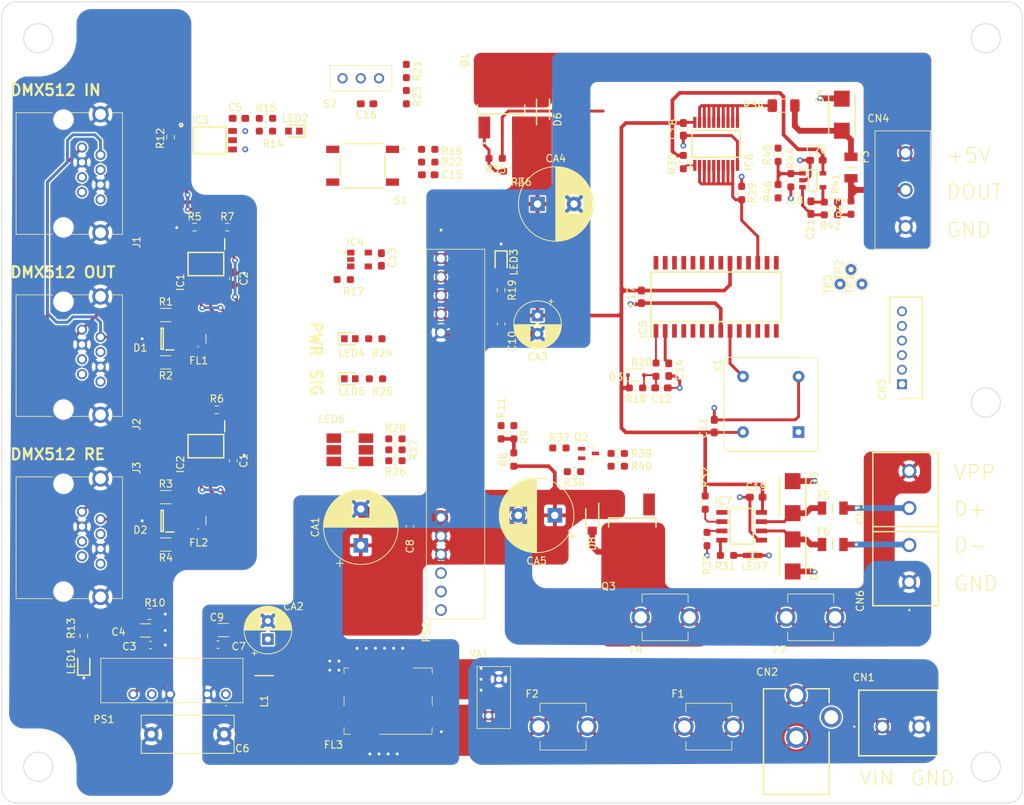
<source format=kicad_pcb>
(kicad_pcb (version 20221018) (generator pcbnew)
  (layers (0 "F.Cu" signal) (31 "B.Cu" signal) (34 "B.Paste" user) (35 "F.Paste" user) (36 "B.SilkS" user "B.Silkscreen") (37 "F.SilkS" user "F.Silkscreen") (38 "B.Mask" user) (39 "F.Mask" user) (44 "Edge.Cuts" user))
  (net 0 "")
  (net 1 "+5V")
  (net 2 "GND")
  (net 3 "Net-(IC2-A)")
  (net 4 "/DATA+(A)")
  (net 5 "/DATA-(B)")
  (net 6 "Net-(IC2-B)")
  (net 7 "Net-(J3-Pad2)")
  (net 8 "Net-(J3-Pad1)")
  (net 9 "GND_ISO")
  (net 10 "Net-(IC2-DE)")
  (net 11 "Net-(Q2-G)")
  (net 12 "Net-(Q1-G)")
  (net 13 "Net-(IC1-DE)")
  (net 14 "RESET")
  (net 16 "Net-(PS1-+VIN)")
  (net 17 "+BATT")
  (net 18 "Net-(IC1-A)")
  (net 19 "Net-(IC1-B)")
  (net 20 "ICSPCLK")
  (net 21 "ICSPDAT")
  (net 35 "Net-(IC1-RO)")
  (net 38 "Net-(IC2-DI)")
  (net 39 "Net-(IC3-ANODE)")
  (net 40 "Net-(IC5-RA7)")
  (net 41 "Net-(IC8-OUTPUT)")
  (net 44 "VDC")
  (net 45 "Net-(D1-Pad1)")
  (net 46 "Net-(D1-Pad2)")
  (net 47 "Net-(D2-Pad1)")
  (net 48 "Net-(D2-Pad2)")
  (net 49 "-BATT")
  (net 50 "Net-(IC4-VOUT)")
  (net 52 "Net-(LED6-A_BL)")
  (net 53 "Net-(LED6-A_GL)")
  (net 54 "Net-(LED6-A_RL)")
  (net 55 "Net-(Q3-G)")
  (net 56 "/5V_OUT")
  (net 57 "VPP")
  (net 58 "/D-_OUT")
  (net 59 "/D+_OUT")
  (net 60 "/SIG_OUT")
  (net 61 "+5V_ISO")
  (net 62 "Net-(LED1-Pad2)")
  (net 63 "Net-(LED2-Pad2)")
  (net 64 "Net-(LED3-Pad2)")
  (net 65 "Net-(LED4-Pad2)")
  (net 66 "Net-(LED5-Pad2)")
  (net 67 "Net-(LED7-Pad2)")
  (net 69 "Net-(IC7-B)")
  (net 70 "Net-(IC7-A)")
  (net 71 "Net-(FL3-B)")
  (net 72 "Net-(IC6-Y1)")
  (net 74 "Net-(D4-Pad2)")
  (net 75 "Net-(D8-A)")
  (net 78 "Net-(Q2-D)")
  (net 79 "Net-(S1-COM_1)")
  (net 80 "Net-(S2-NO)")
  (net 81 "Net-(IC5-RB3)")
  (net 82 "Net-(IC5-RB4)")
  (net 83 "Net-(IC5-RB5)")
  (net 85 "BAT_VOL")
  (net 86 "RST_SW")
  (net 87 "PSMODE_SW")
  (net 88 "Net-(IC8--INPUT)")
  (net 89 "OSIG_P")
  (net 90 "UART_RX")
  (net 91 "ISOPS_EN")
  (net 92 "PWR_LED")
  (net 93 "SIG_STS")
  (net 94 "PWM_B")
  (net 95 "PWM_G")
  (net 96 "PWM_R")
  (net 97 "485_DE")
  (net 98 "485_nRE")
  (net 99 "SIGOUT")
  (net 100 "SIGOUT_nEN")
  (net 101 "5VOUT_EN")
  (net 102 "DMXPORTOUT_EN")
  (net 103 "OSIG_N")
  (net 104 "Net-(D3-A)")
  (net 105 "Net-(IC8-+INPUT)")
  (net 106 "Net-(R41-Pad2)")
  (footprint "Resistor_SMD:R_0603_1608Metric_Pad0.98x0.95mm_HandSolder" (layer "F.Cu") (at 120.5 49.5 -90)
    (fp_text reference "R21")
    (fp_text value "10k")
  )
  (footprint "Capacitor_SMD:C_0603_1608Metric_Pad1.08x0.95mm_HandSolder" (layer "F.Cu") (at 176 68.25 -90)
    (fp_text reference "C21")
    (fp_text value "1000p")
  )
  (footprint "Resistor_SMD:R_0603_1608Metric_Pad0.98x0.95mm_HandSolder" (layer "F.Cu") (at 178.75 67.5)
    (fp_text reference "R41")
    (fp_text value "2k")
  )
  (footprint "Resistor_SMD:R_1206_3216Metric_Pad1.30x1.75mm_HandSolder" (layer "F.Cu") (at 87.5 83)
    (fp_text reference "R1")
    (fp_text value "100")
  )
  (footprint "Resistor_SMD:R_0603_1608Metric_Pad0.98x0.95mm_HandSolder" (layer "F.Cu") (at 149.5 102 180)
    (fp_text reference "R39")
    (fp_text value "100k")
  )
  (footprint "Resistor_SMD:R_0603_1608Metric_Pad0.98x0.95mm_HandSolder" (layer "F.Cu") (at 119 100 180)
    (fp_text reference "R28")
    (fp_text value "1k")
  )
  (footprint "Resistor_SMD:R_0603_1608Metric_Pad0.98x0.95mm_HandSolder" (layer "F.Cu") (at 164.5 116)
    (fp_text reference "R31")
    (fp_text value "1k")
  )
  (footprint "SamacSys_Parts:SOP65P640X110-20N" (layer "F.Cu") (at 163 59.5 90)
    (fp_text reference "IC6")
    (fp_text value "HD74LV541AT-E" hide)
  )
  (footprint "SamacSys_Parts:DLW21SN121HQ2L" (layer "F.Cu") (at 93 86.25)
    (fp_text reference "FL1")
    (fp_text value "DLW21SN261SQ2L" hide)
  )
  (footprint "SamacSys_Parts:11-4L1S_5-PIN-SOIC_" (layer "F.Cu") (at 93.5 59 -90)
    (fp_text reference "IC3")
    (fp_text value "TLP2361_TPL,E" hide)
  )
  (footprint "Capacitor_THT:CP_Radial_D6.3mm_P2.50mm" (layer "F.Cu") (at 138.5 83.067621 -90)
    (fp_text reference "CA3")
    (fp_text value "22u")
  )
  (footprint "Resistor_SMD:R_0603_1608Metric_Pad0.98x0.95mm_HandSolder" (layer "F.Cu") (at 178.75 69.25)
    (fp_text reference "R42")
    (fp_text value "2k")
  )
  (footprint "Capacitor_SMD:C_0603_1608Metric_Pad1.08x0.95mm_HandSolder" (layer "F.Cu") (at 156.5 90.5 -90)
    (fp_text reference "C14")
    (fp_text value "0.1u")
  )
  (footprint "Capacitor_SMD:C_0603_1608Metric_Pad1.08x0.95mm_HandSolder" (layer "F.Cu") (at 123.5 63.75 180)
    (fp_text reference "C15")
    (fp_text value "0.1u")
  )
  (footprint "SamacSys_Parts:SMV_1" (layer "F.Cu") (at 114.075 75.375 -90)
    (fp_text reference "IC4")
    (fp_text value "TCK106AF,LF" hide)
  )
  (footprint "SamacSys_Parts:LEDC1608X46N" (layer "F.Cu") (at 76.25 130.887082 90)
    (fp_text reference "LED1")
    (fp_text value "SML-E12M8WT86" hide)
  )
  (footprint "SamacSys_Parts:78108P8C" (layer "F.Cu") (at 76 85 -90)
    (fp_text reference "J2")
    (fp_text value "7810-8P8C" hide)
  )
  (footprint "Resistor_SMD:R_0603_1608Metric_Pad0.98x0.95mm_HandSolder" (layer "F.Cu") (at 116.33 91.75)
    (fp_text reference "R25")
    (fp_text value "1k")
  )
  (footprint "Resistor_SMD:R_0603_1608Metric_Pad0.98x0.95mm_HandSolder" (layer "F.Cu") (at 91.4375 70.923)
    (fp_text reference "R5")
    (fp_text value "10k")
  )
  (footprint "Capacitor_THT:CP_Radial_D10.0mm_P5.00mm" (layer "F.Cu") (at 114.25 114.617677 90)
    (fp_text reference "CA1")
    (fp_text value "330u")
  )
  (footprint "Capacitor_SMD:C_0603_1608Metric_Pad1.08x0.95mm_HandSolder" (layer "F.Cu") (at 94.6375 128.249582 180)
    (fp_text reference "C7")
    (fp_text value "0.1u")
  )
  (footprint "Resistor_SMD:R_0603_1608Metric_Pad0.98x0.95mm_HandSolder" (layer "F.Cu") (at 135.24 102.8375 90)
    (fp_text reference "R8")
    (fp_text value "470k")
  )
  (footprint "SamacSys_Parts:FUSC3216X100N" (layer "F.Cu") (at 181.5 62.75 -90)
    (fp_text reference "F3")
    (fp_text value "NANOSMDC010F-2" hide)
  )
  (footprint "SamacSys_Parts:SOT96P240X100-3N" (layer "F.Cu") (at 87 86.25 180)
    (fp_text reference "D1")
    (fp_text value "D5V0L2B3SO-7" hide)
  )
  (footprint "Resistor_SMD:R_0603_1608Metric_Pad0.98x0.95mm_HandSolder" (layer "F.Cu") (at 132.75 61.5 180)
    (fp_text reference "R35")
    (fp_text value "100")
  )
  (footprint "Resistor_SMD:R_0603_1608Metric_Pad0.98x0.95mm_HandSolder" (layer "F.Cu") (at 95.9375 70.923)
    (fp_text reference "R7")
    (fp_text value "100")
  )
  (footprint "Oscillator:Oscillator_DIP-8" (layer "F.Cu") (at 174.31 99.06 90)
    (fp_text reference "X1")
    (fp_text value "CXO_DIP8")
  )
  (footprint "SamacSys_Parts:SHDR6W50P0X200_1X6_1390X450X600P" (layer "F.Cu") (at 188.5 92.5 -90)
    (fp_text reference "CN3")
    (fp_text value "B6B-PH-K-S_LF__SN_" hide)
  )
  (footprint "Resistor_SMD:R_0603_1608Metric_Pad0.98x0.95mm_HandSolder" (layer "F.Cu") (at 152 93)
    (fp_text reference "R18")
    (fp_text value "10k")
  )
  (footprint "Capacitor_SMD:C_0603_1608Metric_Pad1.08x0.95mm_HandSolder" (layer "F.Cu") (at 155.5 93)
    (fp_text reference "C12")
    (fp_text value "0.1u")
  )
  (footprint "Resistor_SMD:R_0603_1608Metric_Pad0.98x0.95mm_HandSolder" (layer "F.Cu") (at 88.15 58.5875 90)
    (fp_text reference "R12")
    (fp_text value "300")
  )
  (footprint "Diode_SMD:D_SOD-323F" (layer "F.Cu") (at 152 91.25)
    (fp_text reference "D3")
    (fp_text value "1SS355VM")
  )
  (footprint "TestPoint:TestPoint_THTPad_D1.5mm_Drill0.7mm" (layer "F.Cu") (at 180 78.75 90)
    (fp_text reference "TP3")
    (fp_text value "TestPoint")
  )
  (footprint "Resistor_SMD:R_1206_3216Metric_Pad1.30x1.75mm_HandSolder" (layer "F.Cu") (at 87.5 114.5 180)
    (fp_text reference "R4")
    (fp_text value "100")
  )
  (footprint "Resistor_SMD:R_0603_1608Metric_Pad0.98x0.95mm_HandSolder" (layer "F.Cu") (at 111.9125 78.125)
    (fp_text reference "R17")
    (fp_text value "10k")
  )
  (footprint "Capacitor_SMD:C_0603_1608Metric_Pad1.08x0.95mm_HandSolder" (layer "F.Cu") (at 96.775 78 -90)
    (fp_text reference "C2")
    (fp_text value "0.1u")
  )
  (footprint "SamacSys_Parts:SOIC127P1030X265-28N" (layer "F.Cu") (at 163 80.5 90)
    (fp_text reference "IC5")
    (fp_text value "PIC18F27Q43-I_SO" hide)
  )
  (footprint "SamacSys_Parts:FUC03A" (layer "F.Cu") (at 165.35 139.5 180)
    (fp_text reference "F1")
    (fp_text value "FUC-03A" hide)
  )
  (footprint "SamacSys_Parts:SOIC127P600X175-8N" (layer "F.Cu") (at 166.5 112)
    (fp_text reference "IC7")
    (fp_text value "MAX485ESA+" hide)
  )
  (footprint "SamacSys_Parts:SSM3K7002CFULF" (layer "F.Cu") (at 145.5 102 -90)
    (fp_text reference "Q2")
    (fp_text value "2SK1062_F_" hide)
  )
  (footprint "Resistor_SMD:R_0603_1608Metric_Pad0.98x0.95mm_HandSolder" (layer "F.Cu") (at 173.25 64.5 90)
    (fp_text reference "R44")
    (fp_text value "0")
  )
  (footprint "Resistor_SMD:R_0603_1608Metric_Pad0.98x0.95mm_HandSolder" (layer "F.Cu") (at 123.5 62)
    (fp_text reference "R22")
    (fp_text value "1k")
  )
  (footprint "SamacSys_Parts:LEDC1608X46N" (layer "F.Cu") (at 112.75 86.25)
    (fp_text reference "LED4")
    (fp_text value "SML-E12U8WT86" hide)
  )
  (footprint "SamacSys_Parts:OSTBABS4C2B" (layer "F.Cu") (at 112.75 101.5 90)
    (fp_text reference "LED6")
    (fp_text value "OSTBABS4C2B" hide)
  )
  (footprint "SamacSys_Parts:SODFL3718X100N" (layer "F.Cu") (at 146 111 -90)
    (fp_text reference "D8")
    (fp_text value "SBR2U30P1-7" hide)
  )
  (footprint "Resistor_SMD:R_0603_1608Metric_Pad0.98x0.95mm_HandSolder" (layer "F.Cu") (at 166.5 66.25 90)
    (fp_text reference "R29")
    (fp_text value "10k")
  )
  (footprint "Capacitor_SMD:C_1206_3216Metric_Pad1.33x1.80mm_HandSolder" (layer "F.Cu") (at 84.6875 126.299582)
    (fp_text reference "C4")
    (fp_text value "10u")
  )
  (footprint "Capacitor_SMD:C_0603_1608Metric_Pad1.08x0.95mm_HandSolder" (layer "F.Cu") (at 121 112 90)
    (fp_text reference "C8")
    (fp_text value "0.1u")
  )
  (footprint "SamacSys_Parts:FUC03A" (layer "F.Cu") (at 152.65 124.5)
    (fp_text reference "F4")
    (fp_text value "FUC-03A" hide)
  )
  (footprint "Capacitor_SMD:C_0603_1608Metric_Pad1.08x0.95mm_HandSolder" (layer "F.Cu") (at 162.75 98.25 -90)
    (fp_text reference "C11")
    (fp_text value "0.1u")
  )
  (footprint "SamacSys_Parts:TB11222E1" (layer "F.Cu") (at 189.5 119.66 90)
    (fp_text reference "CN6")
    (fp_text value "TB112-2-2-E-1" hide)
  )
  (footprint "Resistor_SMD:R_0603_1608Metric_Pad0.98x0.95mm_HandSolder" (layer "F.Cu") (at 171.5 61 -90)
    (fp_text reference "R45")
    (fp_text value "10k")
  )
  (footprint "SamacSys_Parts:FUC03A" (layer "F.Cu") (at 145.35 139.5 180)
    (fp_text reference "F2")
    (fp_text value "FUC-03A" hide)
  )
  (footprint "SamacSys_Parts:DLW21SN121HQ2L" (layer "F.Cu") (at 93 111.25)
    (fp_text reference "FL2")
    (fp_text value "DLW21SN261SQ2L" hide)
  )
  (footprint "Resistor_SMD:R_0603_1608Metric_Pad0.98x0.95mm_HandSolder" (layer "F.Cu") (at 135.25 99.0875 90)
    (fp_text reference "R9")
    (fp_text value "150k")
  )
  (footprint "SamacSys_Parts:MAU109" (layer "F.Cu") (at 88.327082 133.399582 180)
    (fp_text reference "PS1")
    (fp_text value "MAU102" hide)
  )
  (footprint "Resistor_SMD:R_0603_1608Metric_Pad0.98x0.95mm_HandSolder" (layer "F.Cu") (at 158.5 62 -90)
    (fp_text reference "R30")
    (fp_text value "10k")
  )
  (footprint "Capacitor_SMD:C_0603_1608Metric_Pad1.08x0.95mm_HandSolder" (layer "F.Cu") (at 115.1125 54 180)
    (fp_text reference "C16")
    (fp_text value "0.1u")
  )
  (footprint "Capacitor_THT:C_Disc_D12.5mm_W5.0mm_P10.00mm" (layer "F.Cu") (at 85.5 140.549582)
    (fp_text reference "C6")
    (fp_text value "4700p")
  )
  (footprint "Capacitor_SMD:C_0603_1608Metric_Pad1.08x0.95mm_HandSolder" (layer "F.Cu") (at 117.075 75.375 90)
    (fp_text reference "C13")
    (fp_text value "0.1u")
  )
  (footprint "SamacSys_Parts:TB11222E1" (layer "F.Cu") (at 185.81 139.5)
    (fp_text reference "CN1")
    (fp_text value "TB112-2-2-E-1" hide)
  )
  (footprint "SamacSys_Parts:LEDM168X46N" (layer "F.Cu") (at 168 116 180)
    (fp_text reference "LED7")
    (fp_text value "SML-E12U8WT86" hide)
  )
  (footprint "SamacSys_Parts:DIONM5436X261N" (layer "F.Cu") (at 180.25 55.5 -90)
    (fp_text reference "D4")
    (fp_text value "SMBJ5.0CA" hide)
  )
  (footprint "SamacSys_Parts:LEDC1608X46N" (layer "F.Cu") (at 133.5 75.75 -90)
    (fp_text reference "LED3")
    (fp_text value "SML-E12M8WT86" hide)
  )
  (footprint "SamacSys_Parts:FUSC3216X100N" (layer "F.Cu") (at 179 109.5)
    (fp_text reference "F5")
    (fp_text value "NANOSMDC010F-2" hide)
  )
  (footprint "SamacSys_Parts:78108P8C" (layer "F.Cu") (at 76 110 -90)
    (fp_text reference "J3")
    (fp_text value "7810-8P8C" hide)
  )
  (footprint "SamacSys_Parts:TS06104" (layer "F.Cu") (at 114.5 62.5)
    (fp_text reference "S1")
    (fp_text value "TS-06104" hide)
  )
  (footprint "Capacitor_SMD:C_0603_1608Metric_Pad1.08x0.95mm_HandSolder" (layer "F.Cu") (at 85.3875 128.299582)
    (fp_text reference "C3")
    (fp_text value "0.1u")
  )
  (footprint "Resistor_SMD:R_0603_1608Metric_Pad0.98x0.95mm_HandSolder" (layer "F.Cu") (at 76.25 127.049582 90)
    (fp_text reference "R13")
    (fp_text value "1k")
  )
  (footprint "Resistor_SMD:R_0603_1608Metric_Pad0.98x0.95mm_HandSolder" (layer "F.Cu") (at 116.2425 86.25 180)
    (fp_text reference "R24")
    (fp_text value "1k")
  )
  (footprint "Resistor_SMD:R_0603_1608Metric_Pad0.98x0.95mm_HandSolder" (layer "F.Cu") (at 143.5 104.5)
    (fp_text reference "R38")
    (fp_text value "100k")
  )
  (footprint "SamacSys_Parts:ERZV07D220" (layer "F.Cu") (at 131.8 138 90)
    (fp_text reference "VA1")
    (fp_text value "ERZV07D220" hide)
  )
  (footprint "Resistor_SMD:R_0603_1608Metric_Pad0.98x0.95mm_HandSolder" (layer "F.Cu") (at 161.75 113.75 -90)
    (fp_text reference "R33")
    (fp_text value "10k")
  )
  (footprint "SamacSys_Parts:TB11123U11" (layer "F.Cu") (at 189 70.91 90)
    (fp_text reference "CN4")
    (fp_text value "TB111-2-3-U-1-1" hide)
  )
  (footprint "Resistor_SMD:R_0603_1608Metric_Pad0.98x0.95mm_HandSolder" (layer "F.Cu") (at 141.5 101.25)
    (fp_text reference "R37")
    (fp_text value "100")
  )
  (footprint "Resistor_SMD:R_0603_1608Metric_Pad0.98x0.95mm_HandSolder" (layer "F.Cu") (at 171.5 66 90)
    (fp_text reference "R46")
    (fp_text value "10k")
  )
  (footprint "Capacitor_THT:CP_Radial_D10.0mm_P5.00mm" (layer "F.Cu") (at 140.867677 110.5 180)
    (fp_text reference "CA5")
    (fp_text value "330u")
  )
  (footprint "Resistor_SMD:R_0603_1608Metric_Pad0.98x0.95mm_HandSolder" (layer "F.Cu") (at 94.5 96 180)
    (fp_text reference "R6")
    (fp_text value "10k")
  )
  (footprint "Resistor_SMD:R_0603_1608Metric_Pad0.98x0.95mm_HandSolder" (layer "F.Cu") (at 101.2375 56)
    (fp_text reference "R15")
    (fp_text value "10k")
  )
  (footprint "Capacitor_THT:CP_Radial_D10.0mm_P5.00mm" (layer "F.Cu") (at 138.5 67.75)
    (fp_text reference "CA4")
    (fp_text value "1000u")
  )
  (footprint "Capacitor_THT:CP_Radial_D6.3mm_P2.50mm" (layer "F.Cu") (at 101.5 127.5 90)
    (fp_text reference "CA2")
    (fp_text value "100u")
  )
  (footprint "SamacSys_Parts:TJ60S04M3L" (layer "F.Cu") (at 151.5 113.6 180)
    (fp_text reference "Q3")
    (fp_text value "TJ60S04M3L" hide)
  )
  (footprint "SamacSys_Parts:NID355" (layer "F.Cu") (at 125.25 75.235 -90)
    (fp_text reference "PS2")
    (fp_text value "NID35-5" hide)
  )
  (footprint "SamacSys_Parts:BNX02201K" (layer "F.Cu") (at 118 136 180)
    (fp_text reference "FL3")
    (fp_text value "BNX022-01B" hide)
  )
  (footprint "SamacSys_Parts:78108P8C" (layer "F.Cu") (at 76 60 -90)
    (fp_text reference "J1")
    (fp_text value "7810-8P8C" hide)
  )
  (footprint "SamacSys_Parts:SOT95P280X130-5N" (layer "F.Cu") (at 176.25 64.5)
    (fp_text reference "IC8")
    (fp_text value "NJU77551F-TE1" hide)
  )
  (footprint "TestPoint:TestPoint_THTPad_D1.5mm_Drill0.7mm" (layer "F.Cu") (at 183 78.75 90)
    (fp_text reference "TP1")
    (fp_text value "TestPoint")
  )
  (footprint "Resistor_SMD:R_0805_2012Metric_Pad1.20x1.40mm_HandSolder" (layer "F.Cu") (at 85.25 124.049582 180)
    (fp_text reference "R10")
    (fp_text value "240")
  )
  (footprint "SamacSys_Parts:SOIC127P600X175-8N" (layer "F.Cu") (at 93 76 -90)
    (fp_text reference "IC1")
    (fp_text value "MAX485ESA+" hide)
  )
  (footprint "SamacSys_Parts:FUSC3216X100N" (layer "F.Cu") (at 179 114.5)
    (fp_text reference "F6")
    (fp_text value "NANOSMDC010F-2" hide)
  )
  (footprint "SamacSys_Parts:DIONM5436X261N" (layer "F.Cu") (at 173.5 108 -90)
    (fp_text reference "D5")
    (fp_text value "SMBJ5.0CA" hide)
  )
  (footprint "Capacitor_SMD:C_0603_1608Metric_Pad1.08x0.95mm_HandSolder" (layer "F.Cu") (at 133.5 84.25 -90)
    (fp_text reference "C10")
    (fp_text value "0.1u")
  )
  (footprint "Resistor_SMD:R_0603_1608Metric_Pad0.98x0.95mm_HandSolder" (layer "F.Cu") (at 120.5 53.0875 -90)
    (fp_text reference "R23")
    (fp_text value "1k")
  )
  (footprint "SamacSys_Parts:SOIC127P600X175-8N" (layer "F.Cu") (at 93 101 -90)
    (fp_text reference "IC2")
    (fp_text value "MAX485ESA+" hide)
  )
  (footprint "Resistor_SMD:R_0603_1608Metric_Pad0.98x0.95mm_HandSolder" (layer "F.Cu") (at 134.75 63.25 180)
    (fp_text reference "R36")
    (fp_text value "100k")
  )
  (footprint "Capacitor_SMD:C_0603_1608Metric_Pad1.08x0.95mm_HandSolder" (layer "F.Cu") (at 152.75 80.5 90)
    (fp_text reference "C17")
    (fp_text value "0.1u")
  )
  (footprint "Resistor_SMD:R_0603_1608Metric_Pad0.98x0.95mm_HandSolder" (layer "F.Cu") (at 149.5 103.75 180)
    (fp_text reference "R40")
    (fp_text value "100k")
  )
  (footprint "SamacSys_Parts:TB11222E1" (layer "F.Cu") (at 189.5 109.5 90)
    (fp_text reference "CN5")
    (fp_text value "TB112-2-2-E-1" hide)
  )
  (footprint "Resistor_SMD:R_0603_1608Metric_Pad0.98x0.95mm_HandSolder" (layer "F.Cu") (at 154.75 90.5 90)
    (fp_text reference "R20")
    (fp_text value "100")
  )
  (footprint "Resistor_SMD:R_0603_1608Metric_Pad0.98x0.95mm_HandSolder" (layer "F.Cu") (at 101.2375 57.75)
    (fp_text reference "R14")
    (fp_text value "1k")
  )
  (footprint "SamacSys_Parts:SOT96P240X100-3N" (layer "F.Cu") (at 87 111.25 180)
    (fp_text reference "D2")
    (fp_text value "D5V0L2B3SO-7" hide)
  )
  (footprint "SamacSys_Parts:LEDC1608X46N" (layer "F.Cu") (at 105.075 57.75 180)
    (fp_text reference "LED2")
    (fp_text value "SML-E12U8WT86" hide)
  )
  (footprint "Capacitor_SMD:C_0603_1608Metric_Pad1.08x0.95mm_HandSolder" (layer "F.Cu") (at 96.75 103 -90)
    (fp_text reference "C1")
    (fp_text value "0.1u")
  )
  (footprint "Capacitor_SMD:C_0603_1608Metric_Pad1.08x0.95mm_HandSolder" (layer "F.Cu") (at 168.5 108.0045)
    (fp_text reference "C19")
    (fp_text value "0.1u")
  )
  (footprint "SamacSys_Parts:SS12D00G3" (layer "F.Cu") (at 114.25 50.5)
    (fp_text reference "S2")
    (fp_text value "SS12D00G3" hide)
  )
  (footprint "Resistor_SMD:R_1206_3216Metric_Pad1.30x1.75mm_HandSolder" (layer "F.Cu") (at 172.25 54.25)
    (fp_text reference "R34")
    (fp_text value "100")
  )
  (footprint "Capacitor_SMD:C_0603_1608Metric_Pad1.08x0.95mm_HandSolder" (layer "F.Cu") (at 158.5 57.5 90)
    (fp_text reference "C18")
    (fp_text value "0.1u")
  )
  (footprint "SamacSys_Parts:SODFL3718X100N" (layer "F.Cu") (at 139.25 54.75 90)
    (fp_text reference "D6")
    (fp_text value "SBR2U30P1-7" hide)
  )
  (footprint "SamacSys_Parts:TJ60S04M3L" (layer "F.Cu") (at 133.5 52.65)
    (fp_text reference "Q1")
    (fp_text value "TJ60S04M3L" hide)
  )
  (footprint "SamacSys_Parts:1277ASH100MP2" (layer "F.Cu") (at 101 132.5 -90)
    (fp_text reference "L1")
    (fp_text value "DFE322512F-100M=P2" hide)
  )
  (footprint "Capacitor_SMD:C_1206_3216Metric_Pad1.33x1.80mm_HandSolder" (layer "F.Cu") (at 95.3875 126.249582 180)
    (fp_text reference "C9")
    (fp_text value "10u")
  )
  (footprint "Capacitor_SMD:C_0603_1608Metric_Pad1.08x0.95mm_HandSolder" (layer "F.Cu") (at 97.5375 56 180)
    (fp_text reference "C5")
    (fp_text value "0.1u")
  )
  (footprint "SamacSys_Parts:FUC03A" (layer "F.Cu") (at 179.325 124.5 180)
    (fp_text reference "F7")
    (fp_text value "FUC-03A" hide)
  )
  (footprint "Capacitor_SMD:C_0603_1608Metric_Pad1.08x0.95mm_HandSolder" (layer "F.Cu") (at 176.75 61.75)
    (fp_text reference "C20")
    (fp_text value "0.1u")
  )
  (footprint "Resistor_SMD:R_0603_1608Metric_Pad0.98x0.95mm_HandSolder" (layer "F.Cu") (at 119 103 180)
    (fp_text reference "R26")
    (fp_text value "1k")
  )
  (footprint "Resistor_SMD:R_1206_3216Metric_Pad1.30x1.75mm_HandSolder" (layer "F.Cu") (at 87.5 108)
    (fp_text reference "R3")
    (fp_text value "100")
  )
  (footprint "Resistor_SMD:R_0603_1608Metric_Pad0.98x0.95mm_HandSolder" (layer "F.Cu") (at 133.5 79.5875 -90)
    (fp_text reference "R19")
    (fp_text value "1k")
  )
  (footprint "Resistor_SMD:R_0603_1608Metric_Pad0.98x0.95mm_HandSolder" (layer "F.Cu") (at 133.5 99.0875 90)
    (fp_text reference "R11")
    (fp_text value "150k")
  )
  (footprint "Resistor_SMD:R_1206_3216Metric_Pad1.30x1.75mm_HandSolder" (layer "F.Cu") (at 87.5 89.5 180)
    (fp_text reference "R2")
    (fp_text value "100")
  )
  (footprint "SamacSys_Parts:18742" (layer "F.Cu") (at 174 135.2 90)
    (fp_text reference "CN2")
    (fp_text value "18742" hide)
  )
  (footprint "Resistor_SMD:R_0603_1608Metric_Pad0.98x0.95mm_HandSolder" (layer "F.Cu") (at 123.5 60.25 180)
    (fp_text reference "R16")
    (fp_text value "10k")
  )
  (footprint "Resistor_SMD:R_0603_1608Metric_Pad0.98x0.95mm_HandSolder" (layer "F.Cu") (at 161.5 108.75 -90)
    (fp_text reference "R32")
    (fp_text value "10k")
  )
  (footprint "SamacSys_Parts:DIONM5436X261N" (layer "F.Cu") (at 173.5 116 90)
    (fp_text reference "D7")
    (fp_text value "SMBJ5.0CA" hide)
  )
  (footprint "SamacSys_Parts:LEDC1608X46N" (layer "F.Cu") (at 112.7425 91.75)
    (fp_text reference "LED5")
    (fp_text value "SML-E12M8WT86" hide)
  )
  (footprint "Resistor_SMD:R_0603_1608Metric_Pad0.98x0.95mm_HandSolder" (layer "F.Cu") (at 181.5 68.25 90)
    (fp_text reference "R43")
    (fp_text value "0")
  )
  (footprint "Resistor_SMD:R_0603_1608Metric_Pad0.98x0.95mm_HandSolder" (layer "F.Cu") (at 119 101.5 180)
    (fp_text reference "R27")
    (fp_text value "1k")
  )
  (footprint "TestPoint:TestPoint_THTPad_D1.5mm_Drill0.7mm" (layer "F.Cu") (at 181.5 76.75 90)
    (fp_text reference "TP2")
    (fp_text value "TestPoint")
  )
  (gr_line locked (start 202.999999 40.000001) (end 67.000001 40.000001) (stroke (width 0.1)) (layer "Edge.Cuts"))
  (gr_arc locked (start 202.999999 40.000001) (mid 204.414213 40.585787) (end 204.999999 42.000001) (stroke (width 0.1)) (layer "Edge.Cuts"))
  (gr_arc locked (start 64.999945 42) (mid 65.585748 40.585748) (end 67 39.999945) (stroke (width 0.1)) (layer "Edge.Cuts"))
  (gr_circle (center 70 145) (end 72 145) (stroke (width 0.1)) (fill none) (layer "Edge.Cuts"))
  (gr_arc locked (start 67.000001 149.999999) (mid 65.585787 149.414213) (end 65.000001 147.999999) (stroke (width 0.1)) (layer "Edge.Cuts"))
  (gr_circle (center 200 145) (end 202 145) (stroke (width 0.1)) (fill none) (layer "Edge.Cuts"))
  (gr_arc locked (start 205 148) (mid 204.414214 149.414214) (end 203 150) (stroke (width 0.1)) (layer "Edge.Cuts"))
  (gr_circle (center 200 45) (end 202 45) (stroke (width 0.1)) (fill none) (layer "Edge.Cuts"))
  (gr_line locked (start 203 150) (end 67.000001 150) (stroke (width 0.1)) (layer "Edge.Cuts"))
  (gr_circle (center 200 95) (end 202 95) (stroke (width 0.1)) (fill none) (layer "Edge.Cuts"))
  (gr_circle (center 70 45) (end 72 45) (stroke (width 0.1)) (fill none) (layer "Edge.Cuts"))
  (gr_line locked (start 65.000001 147.999999) (end 65.000001 42.014979) (stroke (width 0.1)) (layer "Edge.Cuts"))
  (gr_line locked (start 204.999999 42.000001) (end 204.999999 148) (stroke (width 0.1)) (layer "Edge.Cuts"))
  (gr_text "SIG" (at 107.2425 90.25 -90) (layer "F.SilkS") (effects (font (size 1.5 1.5) (thickness 0.3) bold) (justify left bottom)))
  (gr_text "DOUT" (at 194.5 67.25) (layer "F.SilkS") (effects (font (size 2 2)) (justify left bottom)))
  (gr_text "VIN" (at 182.56 147.75) (layer "F.SilkS") (effects (font (size 2 2)) (justify left bottom)))
  (gr_text "DMX512 OUT" (at 66 78) (layer "F.SilkS") (effects (font (size 1.5 1.5) (thickness 0.3) bold) (justify left bottom)))
  (gr_text "D+" (at 195.5 110.79) (layer "F.SilkS") (effects (font (size 2 2)) (justify left bottom)))
  (gr_text "VPP" (at 195.5 105.79) (layer "F.SilkS") (effects (font (size 2 2)) (justify left bottom)))
  (gr_text "GND" (at 195.5 121.04) (layer "F.SilkS") (effects (font (size 2 2)) (justify left bottom)))
  (gr_text "GND" (at 189.56 147.75) (layer "F.SilkS") (effects (font (size 2 2)) (justify left bottom)))
  (gr_text "GND" (at 194.5 72.5) (layer "F.SilkS") (effects (font (size 2 2)) (justify left bottom)))
  (gr_text "PWR" (at 107.2425 83.75 270) (layer "F.SilkS") (effects (font (size 1.5 1.5) (thickness 0.3) bold) (justify left bottom)))
  (gr_text "DMX512 IN" (at 66 53) (layer "F.SilkS") (effects (font (size 1.5 1.5) (thickness 0.3) bold) (justify left bottom)))
  (gr_text "+5V" (at 194.5 62.25) (layer "F.SilkS") (effects (font (size 2 2)) (justify left bottom)))
  (gr_text "DMX512 RE" (at 66 103) (layer "F.SilkS") (effects (font (size 1.5 1.5) (thickness 0.3) bold) (justify left bottom)))
  (gr_text "D-" (at 195.5 115.79) (layer "F.SilkS") (effects (font (size 2 2)) (justify left bottom)))
  (segment (start 172.25 58.25) (end 174.25 60.25) (width 0.5) (layer "F.Cu") (net 1))
  (segment (start 152.75 79.6375) (end 150.75 79.6375) (width 0.5) (layer "F.Cu") (net 1))
  (segment (start 161.5 99.3625) (end 161.25 99.1125) (width 0.5) (layer "F.Cu") (net 1))
  (segment (start 157 56.8875) (end 157.25 56.6375) (width 0.5) (layer "F.Cu") (net 1))
  (segment (start 161.75 106.25) (end 161.5 106.5) (width 0.5) (layer "F.Cu") (net 1))
  (segment (start 161.5 106.5) (end 161.5 106) (width 0.5) (layer "F.Cu") (net 1))
  (segment (start 157 56) (end 157 53.5) (width 0.5) (layer "F.Cu") (net 1))
  (segment (start 177 60.25) (end 177.6125 60.8625) (width 0.5) (layer "F.Cu") (net 1))
  (segment (start 151.0875 93) (end 150.5 93) (width 0.5) (layer "F.Cu") (net 1))
  (segment (start 164.1125 79.6375) (end 164.905 78.845) (width 0.5) (layer "F.Cu") (net 1))
  (segment (start 150.5 93) (end 150.25 93) (width 0.5) (layer "F.Cu") (net 1))
  (segment (start 157 57) (end 157 56.8875) (width 0.5) (layer "F.Cu") (net 1))
  (segment (start 169 106.25) (end 169.3625 106.6125) (width 0.5) (layer "F.Cu") (net 1))
  (segment (start 157 56.3875) (end 157.25 56.6375) (width 0.5) (layer "F.Cu") (net 1))
  (segment (start 150 93.25) (end 150 98.5) (width 0.5) (layer "F.Cu") (net 1))
  (segment (start 157 56.6375) (end 157 56) (width 0.5) (layer "F.Cu") (net 1))
  (segment (start 161.5 107.8375) (end 161.5 107.25) (width 0.5) (layer "F.Cu") (net 1))
  (segment (start 161.75 106.25) (end 161.5 106) (width 0.5) (layer "F.Cu") (net 1))
  (segment (start 157 56.8875) (end 156.75 56.6375) (width 0.5) (layer "F.Cu") (net 1))
  (segment (start 150.75 79.6375) (end 150.3625 79.6375) (width 0.5) (layer "F.Cu") (net 1))
  (segment (start 162.75 99.1125) (end 166.6375 99.1125) (width 0.4) (layer "F.Cu") (net 1))
  (segment (start 169.3625 106.6125) (end 169.3625 108.0045) (width 0.5) (layer "F.Cu") (net 1))
  (segment (start 158 52.5) (end 157 53.5) (width 0.5) (layer "F.Cu") (net 1))
  (segment (start 169.3625 108.0045) (end 169.3625 109.9445) (width 0.4) (layer "F.Cu") (net 1))
  (segment (start 160.075 56.55) (end 158.5875 56.55) (width 0.4) (layer "F.Cu") (net 1))
  (segment (start 150.6125 56.6375) (end 156.75 56.6375) (width 0.5) (layer "F.Cu") (net 1))
  (segment (start 169.3625 109.9445) (end 169.212 110.095) (width 0.4) (layer "F.Cu") (net 1))
  (segment (start 157 57) (end 157 60.5) (width 0.5) (layer "F.Cu") (net 1))
  (segment (start 161.5 99.3625) (end 161.75 99.1125) (width 0.5) (layer "F.Cu") (net 1))
  (segment (start 157 56.6375) (end 157 57) (width 0.5) (layer "F.Cu") (net 1))
  (segment (start 166.6375 99.1125) (end 166.69 99.06) (width 0.4) (layer "F.Cu") (net 1))
  (segment (start 150 82.5) (end 150 80) (width 0.5) (layer "F.Cu") (net 1))
  (segment (start 138.5 83.067621) (end 149.682379 83.067621) (width 0.5) (layer "F.Cu") (net 1))
  (segment (start 157 56.6375) (end 157.25 56.6375) (width 0.5) (layer "F.Cu") (net 1))
  (segment (start 150.25 93) (end 150 92.75) (width 0.5) (layer "F.Cu") (net 1))
  (segment (start 149.682379 83.067621) (end 150 82.75) (width 0.5) (layer "F.Cu") (net 1))
  (segment (start 150 82.75) (end 150 82.5) (width 0.5) (layer "F.Cu") (net 1))
  (segment (start 152.75 79.6375) (end 164.1125 79.6375) (width 0.5) (layer "F.Cu") (net 1))
  (segment (start 169 106.25) (end 161.75 106.25) (width 0.5) (layer "F.Cu") (net 1))
  (segment (start 157 60.5) (end 157.5875 61.0875) (width 0.5) (layer "F.Cu") (net 1))
  (segment (start 177.65 63.55) (end 177.65 61.7875) (width 0.4) (layer "F.Cu") (net 1))
  (segment (start 150 79.25) (end 150 57.25) (width 0.5) (layer "F.Cu") (net 1))
  (segment (start 150.5 93) (end 150 93) (width 0.5) (layer "F.Cu") (net 1))
  (segment (start 157 56.3875) (end 156.75 56.6375) (width 0.5) (layer "F.Cu") (net 1))
  (segment (start 150 82.5) (end 150 92.75) (width 0.5) (layer "F.Cu") (net 1))
  (segment (start 158 52.5) (end 171.75 52.5) (width 0.5) (layer "F.Cu") (net 1))
  (segment (start 157 56) (end 157 56.3875) (width 0.5) (layer "F.Cu") (net 1))
  (segment (start 150.75 79.6375) (end 150.3875 79.6375) (width 0.5) (layer "F.Cu") (net 1))
  (segment (start 174.25 60.25) (end 177 60.25) (width 0.5) (layer "F.Cu") (net 1))
  (segment (start 157.5875 61.0875) (end 158.5 61.0875) (width 0.5) (layer "F.Cu") (net 1))
  (segment (start 150 93) (end 150 93.25) (width 0.5) (layer "F.Cu") (net 1))
  (segment (start 161.5 107.25) (end 161.5 106.5) (width 0.5) (layer "F.Cu") (net 1))
  (segment (start 150.6125 99.1125) (end 161.25 99.1125) (width 0.5) (layer "F.Cu") (net 1))
  (segment (start 177.6125 60.8625) (end 177.6125 61.75) (width 0.5) (layer "F.Cu") (net 1))
  (segment (start 161.25 99.1125) (end 161.75 99.1125) (width 0.5) (layer "F.Cu") (net 1))
  (segment (start 161.5 106) (end 161.5 99.3625) (width 0.5) (layer "F.Cu") (net 1))
  (segment (start 150 92.75) (end 150 93) (width 0.5) (layer "F.Cu") (net 1))
  (segment (start 150 57.25) (end 150.6125 56.6375) (width 0.5) (layer "F.Cu") (net 1))
  (segment (start 172.25 53) (end 172.25 58.25) (width 0.5) (layer "F.Cu") (net 1))
  (segment (start 150 80) (end 150 79.25) (width 0.5) (layer "F.Cu") (net 1))
  (segment (start 164.905 78.845) (end 164.905 75.825) (width 0.5) (layer "F.Cu") (net 1))
  (segment (start 150.9 92.8125) (end 151.0875 93) (width 0.25) (layer "F.Cu") (net 1))
  (segment (start 177.65 61.7875) (end 177.6125 61.75) (width 0.4) (layer "F.Cu") (net 1))
  (segment (start 150 98.5) (end 150.6125 99.1125) (width 0.5) (layer "F.Cu") (net 1))
  (segment (start 150.3625 79.6375) (end 150 80) (width 0.5) (layer "F.Cu") (net 1))
  (segment (start 158.5875 56.55) (end 158.5 56.6375) (width 0.4) (layer "F.Cu") (net 1))
  (segment (start 150.3875 79.6375) (end 150 79.25) (width 0.5) (layer "F.Cu") (net 1))
  (segment (start 157.25 56.6375) (end 158.5 56.6375) (width 0.5) (layer "F.Cu") (net 1))
  (segment (start 161.75 99.1125) (end 162.75 99.1125) (width 0.5) (layer "F.Cu") (net 1))
  (segment (start 150.25 93) (end 150 93.25) (width 0.5) (layer "F.Cu") (net 1))
  (segment (start 171.75 52.5) (end 172.25 53) (width 0.5) (layer "F.Cu") (net 1))
  (segment (start 156.75 56.6375) (end 157 56.6375) (width 0.5) (layer "F.Cu") (net 1))
  (segment (start 150.9 91.25) (end 150.9 92.8125) (width 0.25) (layer "F.Cu") (net 1))
  (segment (start 133.5 73.25) (end 133.5 75) (width 0.4) (layer "F.Cu") (net 2))
  (segment (start 157.3625 91.3625) (end 158 92) (width 0.4) (layer "F.Cu") (net 2))
  (segment (start 156.5 91.3625) (end 157.3625 91.3625) (width 0.4) (layer "F.Cu") (net 2))
  (segment (start 173.8625 97.3875) (end 174.31 96.94) (width 0.4) (layer "F.Cu") (net 2))
  (segment (start 175.8875 63.9125) (end 175.3 64.5) (width 0.4) (layer "F.Cu") (net 2))
  (segment (start 125.25 110.795) (end 115.427323 110.795) (width 2) (layer "F.Cu") (net 2))
  (segment (start 165.1125 58.3625) (end 165.925 59.175) (width 0.4) (layer "F.Cu") (net 2))
  (segment (start 174.31 96.94) (end 174.31 91.44) (width 0.4) (layer "F.Cu") (net 2))
  (segment (start 163.635 82.135) (end 163.635 85.175) (width 0.5) (layer "F.Cu") (net 2))
  (segment (start 168.75 116) (end 170.25 116) (width 0.4) (layer "F.Cu") (net 2))
  (segment (start 174.5 61.75) (end 175.8875 61.75) (width 0.4) (layer "F.Cu") (net 2))
  (segment (start 152.75 81.3625) (end 162.8625 81.3625) (width 0.5) (layer "F.Cu") (net 2))
  (segment (start 158 92) (end 158 93) (width 0.4) (layer "F.Cu") (net 2))
  (segment (start 151.25 81.5) (end 152.6125 81.5) (width 0.5) (layer "F.Cu") (net 2))
  (segment (start 162.75 97.3875) (end 173.8625 97.3875) (width 0.4) (layer "F.Cu") (net 2))
  (segment (start 167.6375 108.0045) (end 167.6375 112.713686) (width 0.4) (layer "F.Cu") (net 2))
  (segment (start 167.633 108) (end 167.6375 108.0045) (width 0.4) (layer "F.Cu") (net 2))
  (segment (start 156.3625 93) (end 158 93) (width 0.25) (layer "F.Cu") (net 2))
  (segment (start 166.2545 108.0045) (end 166.25 108) (width 0.4) (layer "F.Cu") (net 2))
  (segment (start 173.25 65.4125) (end 173.25 67) (width 0.4) (layer "F.Cu") (net 2))
  (segment (start 152.6125 81.5) (end 152.75 81.3625) (width 0.5) (layer "F.Cu") (net 2))
  (segment (start 177.25 53.25) (end 180.2 53.25) (width 0.8) (layer "F.Cu") (net 2))
  (segment (start 175.3 64.5) (end 174.85 64.5) (width 0.4) (layer "F.Cu") (net 2))
  (segment (start 176.45 105.8) (end 176.5 105.75) (width 0.8) (layer "F.Cu") (net 2))
  (segment (start 166.5 65.3375) (end 166.5 64) (width 0.4) (layer "F.Cu") (net 2))
  (segment (start 176.45 118.2) (end 176.5 118.25) (width 0.8) (layer "F.Cu") (net 2))
  (segment (start 168.828814 113.905) (end 169.212 113.905) (width 0.4) (layer "F.Cu") (net 2))
  (segment (start 175.8875 61.75) (end 175.8875 63.9125) (width 0.4) (layer "F.Cu") (net 2))
  (segment (start 158.5 58.3625) (end 165.1125 58.3625) (width 0.4) (layer "F.Cu") (net 2))
  (segment (start 158.5 58.3625) (end 158.5 59.75) (width 0.4) (layer "F.Cu") (net 2))
  (segment (start 138.5 85.567621) (end 125.422621 85.567621) (width 1) (layer "F.Cu") (net 2))
  (segment (start 167.6375 112.713686) (end 168.828814 113.905) (width 0.4) (layer "F.Cu") (net 2))
  (segment (start 173.5 118.2) (end 176.45 118.2) (width 0.8) (layer "F.Cu") (net 2))
  (segment (start 115.427323 110.795) (end 114.25 109.617677) (width 2) (layer "F.Cu") (net 2))
  (segment (start 162.8625 81.3625) (end 163.635 82.135) (width 0.5) (layer "F.Cu") (net 2))
  (segment (start 161.75 114.6625) (end 161.75 116) (width 0.25) (layer "F.Cu") (net 2))
  (segment (start 166.25 108) (end 167.633 108) (width 0.4) (layer "F.Cu") (net 2))
  (segment (start 180.2 53.25) (end 180.25 53.3) (width 0.8) (layer "F.Cu") (net 2))
  (segment (start 125.422621 85.567621) (end 125.25 85.395) (width 1) (layer "F.Cu") (net 2))
  (segment (start 162.75 95.75) (end 162.75 97.3875) (width 0.4) (layer "F.Cu") (net 2))
  (segment (start 173.5 105.8) (end 176.45 105.8) (width 0.8) (layer "F.Cu") (net 2))
  (segment (start 165.925 59.175) (end 165.925 62.45) (width 0.4) (layer "F.Cu") (net 2))
  (via (at 173.25 67) (size 0.8) (drill 0.4) (layers "F.Cu" "B.Cu") (net 2))
  (via (at 111.25 131.75) (size 0.8) (drill 0.4) (layers "F.Cu" "B.Cu") (net 2))
  (via (at 151.25 81.5) (size 0.8) (drill 0.4) (layers "F.Cu" "B.Cu") (net 2))
  (via (at 166.25 108) (size 0.8) (drill 0.4) (layers "F.Cu" "B.Cu") (net 2))
  (via (at 110 130.5) (size 0.8) (drill 0.4) (layers "F.Cu" "B.Cu") (net 2))
  (via (at 118 143.25) (size 0.8) (drill 0.4) (layers "F.Cu" "B.Cu") (net 2))
  (via (at 177.25 53.25) (size 0.8) (drill 0.4) (layers "F.Cu" "B.Cu") (net 2))
  (via (at 120 128.75) (size 0.8) (drill 0.4) (layers "F.Cu" "B.Cu") (net 2))
  (via (at 117.5 128.75) (size 0.8) (drill 0.4) (layers "F.Cu" "B.Cu") (net 2))
  (via (at 113.75 128.75) (size 0.8) (drill 0.4) (layers "F.Cu" "B.Cu") (net 2))
  (via (at 170.25 116) (size 0.8) (drill 0.4) (layers "F.Cu" "B.Cu") (net 2))
  (via (at 174.5 61.75) (size 0.8) (drill 0.4) (layers "F.Cu" "B.Cu") (net 2))
  (via (at 176.5 118.25) (size 0.8) (drill 0.4) (layers "F.Cu" "B.Cu") (net 2))
  (via (at 133.5 73.25) (size 0.8) (drill 0.4) (layers "F.Cu" "B.Cu") (net 2))
  (via (at 158 93) (size 0.8) (drill 0.4) (layers "F.Cu" "B.Cu") (net 2))
  (via (at 166.5 64) (size 0.8) (drill 0.4) (layers "F.Cu" "B.Cu") (net 2))
  (via (at 115 128.75) (size 0.8) (drill 0.4) (layers "F.Cu" "B.Cu") (net 2))
  (via (at 110 131.75) (size 0.8) (drill 0.4) (layers "F.Cu" "B.Cu") (net 2))
  (via (at 158.5 59.75) (size 0.8) (drill 0.4) (layers "F.Cu" "B.Cu") (net 2))
  (via (at 162.75 95.75) (size 0.8) (drill 0.4) (layers "F.Cu" "B.Cu") (net 2))
  (via (at 161.75 116) (size 0.8) (drill 0.4) (layers "F.Cu" "B.Cu") (net 2))
  (via (at 98.4 57.75) (size 0.8) (drill 0.4) (layers "F.Cu" "B.Cu") (net 2))
  (via (at 116.25 128.75) (size 0.8) (drill 0.4) (layers "F.Cu" "B.Cu") (net 2))
  (via (at 111.25 130.5) (size 0.8) (drill 0.4) (layers "F.Cu" "B.Cu") (net 2))
  (via (at 176.5 105.75) (size 0.8) (drill 0.4) (layers "F.Cu" "B.Cu") (net 2))
  (via (at 115.5 143.25) (size 0.8) (drill 0.4) (layers "F.Cu" "B.Cu") (net 2))
  (via (at 118.75 128.75) (size 0.8) (drill 0.4) (layers "F.Cu" "B.Cu") (net 2))
  (via (at 98.4 60.25) (size 0.8) (drill 0.4) (layers "F.Cu" "B.Cu") (net 2))
  (via (at 116.75 143.25) (size 0.8) (drill 0.4) (layers "F.Cu" "B.Cu") (net 2))
  (via (at 119.25 143.25) (size 0.8) (drill 0.4) (layers "F.Cu" "B.Cu") (net 2))
  (segment (start 125.25 85.395) (end 126.605 85.395) (width 0.5) (layer "B.Cu") (net 2))
  (segment (start 116.632323 112) (end 126.75 112) (width 0.5) (layer "B.Cu") (net 2))
  (segment (start 127.5 84.5) (end 124.25 84.5) (width 0.5) (layer "B.Cu") (net 2))
  (segment (start 92.75 137.799582) (end 92.75 132.75) (width 0.4) (layer "B.Cu") (net 2))
  (segment (start 95.5 140.549582) (end 92.75 137.799582) (width 0.4) (layer "B.Cu") (net 2))
  (segment (start 114.25 109.617677) (end 116.632323 112) (width 0.5) (layer "B.Cu") (net 2))
  (segment (start 126.605 85.395) (end 127.5 84.5) (width 0.5) (layer "B.Cu") (net 2))
  (segment (start 96.6 108.6) (end 96.6 110.9) (width 0.4) (layer "F.Cu") (net 3))
  (segment (start 96.6 110.9) (end 95.85 111.65) (width 0.4) (layer "F.Cu") (net 3))
  (segment (start 92.365 106.865) (end 92.5 107) (width 0.4) (layer "F.Cu") (net 3))
  (segment (start 95 107) (end 96.6 108.6) (width 0.4) (layer "F.Cu") (net 3))
  (segment (start 92.365 103.712) (end 92.365 106.865) (width 0.4) (layer "F.Cu") (net 3))
  (segment (start 95.85 111.65) (end 93.85 111.65) (width 0.4) (layer "F.Cu") (net 3))
  (via (at 95 107) (size 0.8) (drill 0.4) (layers "F.Cu" "B.Cu") (net 3))
  (via (at 92.5 107) (size 0.8) (drill 0.4) (layers "F.Cu" "B.Cu") (net 3))
  (segment (start 92.5 107) (end 95 107) (width 0.4) (layer "B.Cu") (net 3))
  (segment (start 79.75 86.02) (end 78.54 86.02) (width 0.4) (layer "F.Cu") (net 4))
  (segment (start 83.5 89.5) (end 80.02 86.02) (width 0.4) (layer "F.Cu") (net 4))
  (segment (start 80.02 86.02) (end 79.75 86.02) (width 0.4) (layer "F.Cu") (net 4))
  (segment (start 85.95 89.5) (end 83.5 89.5) (width 0.4) (layer "F.Cu") (net 4))
  (segment (start 77.75 58.25) (end 74.75 58.25) (width 0.4) (layer "B.Cu") (net 4))
  (segment (start 78.54 59.04) (end 77.75 58.25) (width 0.4) (layer "B.Cu") (net 4))
  (segment (start 74 62) (end 71.25 64.75) (width 0.4) (layer "B.Cu") (net 4))
  (segment (start 74.75 58.25) (end 74 59) (width 0.4) (layer "B.Cu") (net 4))
  (segment (start 77.79 83.25) (end 78.54 84) (width 0.4) (layer "B.Cu") (net 4))
  (segment (start 78.54 61.02) (end 78.54 59.04) (width 0.4) (layer "B.Cu") (net 4))
  (segment (start 72.5 84) (end 74 84) (width 0.4) (layer "B.Cu") (net 4))
  (segment (start 74.75 83.25) (end 77.79 83.25) (width 0.4) (layer "B.Cu") (net 4))
  (segment (start 74 59) (end 74 62) (width 0.4) (layer "B.Cu") (net 4))
  (segment (start 71.25 64.75) (end 71.25 82.75) (width 0.4) (layer "B.Cu") (net 4))
  (segment (start 71.25 82.75) (end 72.5 84) (width 0.4) (layer "B.Cu") (net 4))
  (segment (start 74 84) (end 74.75 83.25) (width 0.4) (layer "B.Cu") (net 4))
  (segment (start 78.54 84) (end 78.54 86.02) (width 0.4) (layer "B.Cu") (net 4))
  (segment (start 76 85) (end 75 86) (width 0.4) (layer "F.Cu") (net 5))
  (segment (start 76 60) (end 71.25 64.75) (width 0.4) (layer "F.Cu") (net 5))
  (segment (start 72 86) (end 71.25 85.25) (width 0.4) (layer "F.Cu") (net 5))
  (segment (start 78 83) (end 76 85) (width 0.4) (layer "F.Cu") (net 5))
  (segment (start 71.25 64.75) (end 71.25 65) (width 0.4) (layer "F.Cu") (net 5))
  (segment (start 75 86) (end 72 86) (width 0.4) (layer "F.Cu") (net 5))
  (segment (start 85.95 83) (end 78 83) (width 0.4) (layer "F.Cu") (net 5))
  (segment (start 71.25 85.25) (end 71.25 65) (width 0.4) (layer "F.Cu") (net 5))
  (segment (start 95.65 110.85) (end 93.85 110.85) (width 0.4) (layer "F.Cu") (net 6))
  (segment (start 93.635 103.712) (end 93.635 107.135) (width 0.4) (layer "F.Cu") (net 6))
  (segment (start 93.635 107.135) (end 96 109.5) (width 0.4) (layer "F.Cu") (net 6))
  (segment (start 96 110.5) (end 95.65 110.85) (width 0.4) (layer "F.Cu") (net 6))
  (segment (start 96 109.5) (end 96 110.5) (width 0.4) (layer "F.Cu") (net 6))
  (segment (start 83.5 114.5) (end 85.95 114.5) (width 0.4) (layer "F.Cu") (net 7))
  (segment (start 80.02 111.02) (end 83.5 114.5) (width 0.4) (layer "F.Cu") (net 7))
  (segment (start 78.54 111.02) (end 80.02 111.02) (width 0.4) (layer "F.Cu") (net 7))
  (segment (start 78 108) (end 76 110) (width 0.4) (layer "F.Cu") (net 8))
  (segment (start 85.95 108) (end 78 108) (width 0.4) (layer "F.Cu") (net 8))
  (segment (start 90.448 71) (end 90.525 70.923) (width 0.25) (layer "F.Cu") (net 9))
  (segment (start 84.25 111.25) (end 85.95 111.25) (width 0.4) (layer "F.Cu") (net 9))
  (segment (start 96.775 77.1375) (end 91.3625 77.1375) (width 0.5) (layer "F.Cu") (net 9))
  (segment (start 87.425 134.3675) (end 88.107082 135.049582) (width 0.5) (layer "F.Cu") (net 9))
  (segment (start 91.095 102.405) (end 91.095 103.712) (width 0.5) (layer "F.Cu") (net 9))
  (segment (start 87.425 128.299582) (end 87.425 134.3675) (width 0.5) (layer "F.Cu") (net 9))
  (segment (start 96.75 102.1375) (end 91.3625 102.1375) (width 0.5) (layer "F.Cu") (net 9))
  (segment (start 85.95 86.25) (end 84.25 86.25) (width 0.4) (layer "F.Cu") (net 9))
  (segment (start 96.775 102) (end 96.75 102.025) (width 0.25) (layer "F.Cu") (net 9))
  (segment (start 98.25 77.25) (end 96.8875 77.25) (width 0.5) (layer "F.Cu") (net 9))
  (segment (start 76.25 131.637082) (end 76.25 132.812082) (width 0.5) (layer "F.Cu") (net 9))
  (segment (start 91.3625 102.1375) (end 91.095 102.405) (width 0.5) (layer "F.Cu") (net 9))
  (segment (start 98.1375 102.1375) (end 98.25 102.25) (width 0.25) (layer "F.Cu") (net 9))
  (segment (start 96.827 77) (end 96.775 76.948) (width 0.25) (layer "F.Cu") (net 9))
  (segment (start 91.3625 77.1375) (end 91.095 77.405) (width 0.5) (layer "F.Cu") (net 9))
  (segment (start 96.8875 77.25) (end 96.775 77.1375) (width 0.25) (layer "F.Cu") (net 9))
  (segment (start 89 71) (end 90.448 71) (width 0.25) (layer "F.Cu") (net 9))
  (segment (start 96.75 102.1375) (end 98.1375 102.1375) (width 0.5) (layer "F.Cu") (net 9))
  (segment (start 91.095 77.405) (end 91.095 78.712) (width 0.5) (layer "F.Cu") (net 9))
  (via (at 87.425 128.299582) (size 0.8) (drill 0.4) (layers "F.Cu" "B.Cu") (net 9))
  (via (at 87.425 124.049582) (size 0.8) (drill 0.4) (layers "F.Cu" "B.Cu") (net 9))
  (via (at 98.25 77.25) (size 0.8) (drill 0.4) (layers "F.Cu" "B.Cu") (net 9))
  (via (at 84.25 111.25) (size 0.8) (drill 0.4) (layers "F.Cu" "B.Cu") (net 9))
  (via (at 89 71) (size 0.8) (drill 0.4) (layers "F.Cu" "B.Cu") (net 9))
  (via (at 87.425 126.299582) (size 0.8) (drill 0.4) (layers "F.Cu" "B.Cu") (net 9))
  (via (at 98.25 102.25) (size 0.8) (drill 0.4) (layers "F.Cu" "B.Cu") (net 9))
  (via (at 84.25 86.25) (size 0.8) (drill 0.4) (layers "F.Cu" "B.Cu") (net 9))
  (via (at 76.25 132.812082) (size 0.8) (drill 0.4) (layers "F.Cu" "B.Cu") (net 9))
  (segment (start 88.107082 135.049582) (end 88.107082 136.606664) (width 0.8) (layer "B.Cu") (net 9))
  (segment (start 88.107082 133.356664) (end 88.107082 135.049582) (width 0.8) (layer "B.Cu") (net 9))
  (segment (start 93.5875 96) (end 92.75 96) (width 0.25) (layer "F.Cu") (net 10))
  (segment (start 92.365 96.385) (end 92.365 98.288) (width 0.25) (layer "F.Cu") (net 10))
  (segment (start 93.5875 96) (end 93.5875 98.2405) (width 0.25) (layer "F.Cu") (net 10))
  (segment (start 92.75 96) (end 92.365 96.385) (width 0.25) (layer "F.Cu") (net 10))
  (segment (start 93.5875 98.2405) (end 93.635 98.288) (width 0.25) (layer "F.Cu") (net 10))
  (segment (start 132.75 63.25) (end 131.8375 62.3375) (width 0.4) (layer "F.Cu") (net 12))
  (segment (start 131.8375 62.3375) (end 131.8375 61.5) (width 0.4) (layer "F.Cu") (net 12))
  (segment (start 133.8375 63.25) (end 132.75 63.25) (width 0.4) (layer "F.Cu") (net 12))
  (segment (start 131.8375 60.3375) (end 131.2 59.7) (width 0.4) (layer "F.Cu") (net 12))
  (segment (start 131.2 59.7) (end 131.2 57.25) (width 0.4) (layer "F.Cu") (net 12))
  (segment (start 131.8375 61.5) (end 131.8375 60.3375) (width 0.4) (layer "F.Cu") (net 12))
  (segment (start 92.35 70.923) (end 92.35 73.273) (width 0.25) (layer "F.Cu") (net 13))
  (segment (start 93.635 73.288) (end 93.635 71.385) (width 0.25) (layer "F.Cu") (net 13))
  (segment (start 92.35 73.273) (end 92.365 73.288) (width 0.25) (layer "F.Cu") (net 13))
  (segment (start 93.173 70.923) (end 92.35 70.923) (width 0.25) (layer "F.Cu") (net 13))
  (segment (start 93.635 71.385) (end 93.173 70.923) (width 0.25) (layer "F.Cu") (net 13))
  (segment (start 154.745 85.175) (end 154.745 89.5825) (width 0.25) (layer "F.Cu") (net 14))
  (segment (start 154.745 89.5825) (end 154.75 89.5875) (width 0.25) (layer "F.Cu") (net 14))
  (segment (start 95 82) (end 96.6 83.6) (width 0.4) (layer "F.Cu") (net 18))
  (segment (start 96.6 85.9) (end 95.85 86.65) (width 0.4) (layer "F.Cu") (net 18))
  (segment (start 92.365 81.865) (end 92.5 82) (width 0.4) (layer "F.Cu") (net 18))
  (segment (start 92.365 78.712) (end 92.365 81.865) (width 0.4) (layer "F.Cu") (net 18))
  (segment (start 96.6 83.6) (end 96.6 85.9) (width 0.4) (layer "F.Cu") (net 18))
  (segment (start 95.85 86.65) (end 93.85 86.65) (width 0.4) (layer "F.Cu") (net 18))
  (via (at 92.5 82) (size 0.8) (drill 0.4) (layers "F.Cu" "B.Cu") (net 18))
  (via (at 95 82) (size 0.8) (drill 0.4) (layers "F.Cu" "B.Cu") (net 18))
  (segment (start 92.5 82) (end 95 82) (width 0.4) (layer "B.Cu") (net 18))
  (segment (start 96 85.5) (end 95.65 85.85) (width 0.4) (layer "F.Cu") (net 19))
  (segment (start 93.635 82.135) (end 96 84.5) (width 0.4) (layer "F.Cu") (net 19))
  (segment (start 95.65 85.85) (end 93.85 85.85) (width 0.4) (layer "F.Cu") (net 19))
  (segment (start 93.635 78.712) (end 93.635 82.135) (width 0.4) (layer "F.Cu") (net 19))
  (segment (start 96 84.5) (end 96 85.5) (width 0.4) (layer "F.Cu") (net 19))
  (segment (start 95.025 69.025) (end 95.025 70.923) (width 0.4) (layer "F.Cu") (net 35))
  (segment (start 95 69) (end 95.025 69.025) (width 0.4) (layer "F.Cu") (net 35))
  (segment (start 94.5 68.5) (end 95 69) (width 0.5) (layer "F.Cu") (net 35))
  (segment (start 90.5 68.5) (end 94.5 68.5) (width 0.5) (layer "F.Cu") (net 35))
  (segment (start 94.905 71.043) (end 95.025 70.923) (width 0.25) (layer "F.Cu") (net 35))
  (segment (start 90.35 60.27) (end 90.35 66.35) (width 0.5) (layer "F.Cu") (net 35))
  (segment (start 94.905 73.288) (end 94.905 71.043) (width 0.25) (layer "F.Cu") (net 35))
  (segment (start 90.35 66.35) (end 90.5 66.5) (width 0.5) (layer "F.Cu") (net 35))
  (via (at 90.5 66.5) (size 0.8) (drill 0.4) (layers "F.Cu" "B.Cu") (net 35))
  (via (at 90.5 68.5) (size 0.8) (drill 0.4) (layers "F.Cu" "B.Cu") (net 35))
  (segment (start 90.5 66.5) (end 90.5 68.5) (width 0.5) (layer "B.Cu") (net 35))
  (segment (start 92.5 95) (end 96 95) (width 0.4) (layer "F.Cu") (net 38))
  (segment (start 91.095 98.288) (end 91.095 96.405) (width 0.4) (layer "F.Cu") (net 38))
  (segment (start 97.2 93.8) (end 97.2 80.7) (width 0.4) (layer "F.Cu") (net 38))
  (segment (start 96 95) (end 97.2 93.8) (width 0.4) (layer "F.Cu") (net 38))
  (segment (start 97.2 80.7) (end 97 80.5) (width 0.4) (layer "F.Cu") (net 38))
  (segment (start 96.85 75.35) (end 97 75.5) (width 0.4) (layer "F.Cu") (net 38))
  (segment (start 96.85 70.923) (end 96.85 75.35) (width 0.4) (layer "F.Cu") (net 38))
  (segment (start 91.095 96.405) (end 92.5 95) (width 0.4) (layer "F.Cu") (net 38))
  (via (at 97 75.5) (size 0.8) (drill 0.4) (layers "F.Cu" "B.Cu") (net 38))
  (via (at 97 80.5) (size 0.8) (drill 0.4) (layers "F.Cu" "B.Cu") (net 38))
  (segment (start 97 75.5) (end 97 80.5) (width 0.4) (layer "B.Cu") (net 38))
  (segment (start 90.295 57.675) (end 90.35 57.73) (width 0.25) (layer "F.Cu") (net 39))
  (segment (start 90.35 57.73) (end 88.205 57.73) (width 0.4) (layer "F.Cu") (net 39))
  (segment (start 88.27 57.73) (end 88.25 57.75) (width 0.25) (layer "F.Cu") (net 39))
  (segment (start 88.205 57.73) (end 88.15 57.675) (width 0.25) (layer "F.Cu") (net 39))
  (segment (start 164.905 89.655) (end 164.905 85.175) (width 0.4) (layer "F.Cu") (net 40))
  (segment (start 166.69 91.44) (end 164.905 89.655) (width 0.4) (layer "F.Cu") (net 40))
  (segment (start 177.65 65.45) (end 177.65 67.3125) (width 0.4) (layer "F.Cu") (net 41))
  (segment (start 176.1125 67.5) (end 176 67.3875) (width 0.4) (layer "F.Cu") (net 41))
  (segment (start 177.8375 67.5) (end 176.1125 67.5) (width 0.4) (layer "F.Cu") (net 41))
  (segment (start 177.65 67.3125) (end 177.8375 67.5) (width 0.4) (layer "F.Cu") (net 41))
  (segment (start 121 112.8625) (end 121 112.75) (width 0.5) (layer "F.Cu") (net 44))
  (segment (start 140.867677 104.617677) (end 140.867677 106.5) (width 0.5) (layer "F.Cu") (net 44))
  (segment (start 135.24 103.75) (end 140 103.75) (width 0.5) (layer "F.Cu") (net 44))
  (segment (start 121 112.75) (end 121.25 112.5) (width 0.5) (layer "F.Cu") (net 44))
  (segment (start 122.25 117) (end 126.5 117) (width 0.5) (layer "F.Cu") (net 44))
  (segment (start 140 103.75) (end 140.867677 104.617677) (width 0.5) (layer "F.Cu") (net 44))
  (segment (start 140.867677 106.5) (end 140.867677 110.5) (width 0.5) (layer "F.Cu") (net 44))
  (segment (start 140.25 107.25) (end 140.867677 106.632323) (width 0.5) (layer "F.Cu") (net 44))
  (segment (start 121 115.75) (end 122.25 117) (width 0.5) (layer "F.Cu") (net 44))
  (segment (start 121.25 112.5) (end 126.25 112.5) (width 0.5) (layer "F.Cu") (net 44))
  (segment (start 140.882323 106.632323) (end 141.5 107.25) (width 0.5) (layer "F.Cu") (net 44))
  (segment (start 121 112.8625) (end 121 115.75) (width 0.5) (layer "F.Cu") (net 44))
  (segment (start 140.867677 106.5) (end 140.867677 106.632323) (width 0.5) (layer "F.Cu") (net 44))
  (segment (start 92.15 88.6) (end 91.25 89.5) (width 0.4) (layer "F.Cu") (net 45))
  (segment (start 91.25 89.5) (end 89.05 89.5) (width 0.4) (layer "F.Cu") (net 45))
  (segment (start 92.15 86.65) (end 92.15 88.6) (width 0.4) (layer "F.Cu") (net 45))
  (segment (start 92.15 86.65) (end 90.6 86.65) (width 0.4) (layer "F.Cu") (net 45))
  (segment (start 90.6 86.65) (end 90.04 87.21) (width 0.4) (layer "F.Cu") (net 45))
  (segment (start 90.04 87.21) (end 88.05 87.21) (width 0.4) (layer "F.Cu") (net 45))
  (segment (start 92.15 85.85) (end 90.6 85.85) (width 0.4) (layer "F.Cu") (net 46))
  (segment (start 90.6 85.85) (end 90.04 85.29) (width 0.4) (layer "F.Cu") (net 46))
  (segment (start 89.05 83) (end 90.75 83) (width 0.4) (layer "F.Cu") (net 46))
  (segment (start 90.75 83) (end 92.15 84.4) (width 0.4) (layer "F.Cu") (net 46))
  (segment (start 92.15 84.4) (end 92.15 85.85) (width 0.4) (layer "F.Cu") (net 46))
  (segment (start 90.04 85.29) (end 88.05 85.29) (width 0.4) (layer "F.Cu") (net 46))
  (segment (start 90.04 112.21) (end 88.05 112.21) (width 0.4) (layer "F.Cu") (net 47))
  (segment (start 92.15 111.65) (end 90.6 111.65) (width 0.4) (layer "F.Cu") (net 47))
  (segment (start 92.15 113.6) (end 91.25 114.5) (width 0.4) (layer "F.Cu") (net 47))
  (segment (start 92.15 111.65) (end 92.15 113.6) (width 0.4) (layer "F.Cu") (net 47))
  (segment (start 91.25 114.5) (end 89.05 114.5) (width 0.4) (layer "F.Cu") (net 47))
  (segment (start 90.6 111.65) (end 90.04 112.21) (width 0.4) (layer "F.Cu") (net 47))
  (segment (start 92.15 110.85) (end 90.6 110.85) (width 0.4) (layer "F.Cu") (net 48))
  (segment (start 90.6 110.85) (end 90.04 110.29) (width 0.4) (layer "F.Cu") (net 48))
  (segment (start 90.04 110.29) (end 88.05 110.29) (width 0.4) (layer "F.Cu") (net 48))
  (segment (start 92.15 109.4) (end 90.75 108) (width 0.4) (layer "F.Cu") (net 48))
  (segment (start 92.15 110.85) (end 92.15 109.4) (width 0.4) (layer "F.Cu") (net 48))
  (segment (start 90.75 108) (end 89.05 108) (width 0.4) (layer "F.Cu") (net 48))
  (via (at 130.75 133) (size 0.8) (drill 0.4) (layers "F.Cu" "B.Cu") (net 49))
  (via (at 130.75 131.5) (size 0.8) (drill 0.4) (layers "F.Cu" "B.Cu") (net 49))
  (via (at 130.75 134.5) (size 0.8) (drill 0.4) (layers "F.Cu" "B.Cu") (net 49))
  (segment (start 180.475 109.5) (end 182.25 109.5) (width 0.8) (layer "F.Cu") (net 58))
  (via (at 182.25 109.5) (size 0.8) (drill 0.4) (layers "F.Cu" "B.Cu") (net 58))
  (segment (start 182.25 109.5) (end 189.5 109.5) (width 0.8) (layer "B.Cu") (net 58))
  (segment (start 180.475 114.5) (end 182.25 114.5) (width 0.8) (layer "F.Cu") (net 59))
  (via (at 182.25 114.5) (size 0.8) (drill 0.4) (layers "F.Cu" "B.Cu") (net 59))
  (segment (start 182.25 114.5) (end 189.42 114.5) (width 0.8) (layer "B.Cu") (net 59))
  (segment (start 189.42 114.5) (end 189.5 114.58) (width 0.8) (layer "B.Cu") (net 59))
  (segment (start 181.5 66.5) (end 181.5 67.3375) (width 0.8) (layer "F.Cu") (net 60))
  (segment (start 182.08 65.83) (end 181.5 65.25) (width 0.8) (layer "F.Cu") (net 60))
  (segment (start 189 65.83) (end 182.08 65.83) (width 0.8) (layer "F.Cu") (net 60))
  (segment (start 181.5 65.25) (end 181.5 66.5) (width 0.8) (layer "F.Cu") (net 60))
  (segment (start 189 65.83) (end 182.17 65.83) (width 0.8) (layer "F.Cu") (net 60))
  (segment (start 181.5 64.225) (end 181.5 65.25) (width 0.8) (layer "F.Cu") (net 60))
  (segment (start 182.17 65.83) (end 181.5 66.5) (width 0.8) (layer "F.Cu") (net 60))
  (segment (start 98.75 96) (end 99.1 96) (width 0.4) (layer "F.Cu") (net 61))
  (segment (start 84.25 118.75) (end 85.5 117.5) (width 0.5) (layer "F.Cu") (net 61))
  (segment (start 98.5 96) (end 98.75 96) (width 0.4) (layer "F.Cu") (net 61))
  (segment (start 98.7125 78.8625) (end 99.1 79.25) (width 0.5) (layer "F.Cu") (net 61))
  (segment (start 99.1 68.1) (end 98.5 67.5) (width 0.5) (layer "F.Cu") (net 61))
  (segment (start 83.125 124.424582) (end 83.125 126.299582) (width 0.5) (layer "F.Cu") (net 61))
  (segment (start 96.75 103.8625) (end 95.0555 103.8625) (width 0.5) (layer "F.Cu") (net 61))
  (segment (start 98.7375 78.8625) (end 99.1 78.5) (width 0.5) (layer "F.Cu") (net 61))
  (segment (start 95.4125 96) (end 98.5 96) (width 0.4) (layer "F.Cu") (net 61))
  (segment (start 98.7375 103.8625) (end 99.1 103.5) (width 0.5) (layer "F.Cu") (net 61))
  (segment (start 96.775 78.8625) (end 95.0555 78.8625) (width 0.5) (layer "F.Cu") (net 61))
  (segment (start 98.5 103.8625) (end 98.7125 103.8625) (width 0.5) (layer "F.Cu") (net 61))
  (segment (start 96.736 78.712) (end 96.775 78.673) (width 0.25) (layer "F.Cu") (net 61))
  (segment (start 89 67.5) (end 88.15 66.65) (width 0.5) (layer "F.Cu") (net 61))
  (segment (start 99.1 79.25) (end 99.1 79) (width 0.5) (layer "F.Cu") (net 61))
  (segment (start 84.25 124.049582) (end 84.25 118.75) (width 0.5) (layer "F.Cu") (net 61))
  (segment (start 88.15 66.65) (end 88.15 59.5) (width 0.5) (layer "F.Cu") (net 61))
  (segment (start 84.525 128.299582) (end 83.875 128.299582) (width 0.5) (layer "F.Cu") (net 61))
  (segment (start 95.0555 103.8625) (end 94.905 103.712) (width 0.25) (layer "F.Cu") (net 61))
  (segment (start 98.5 78.8625) (end 98.7375 78.8625) (width 0.5) (layer "F.Cu") (net 61))
  (segment (start 98.85 96) (end 99.1 95.75) (width 0.4) (layer "F.Cu") (net 61))
  (segment (start 98.5 103.8625) (end 98.9625 103.8625) (width 0.5) (layer "F.Cu") (net 61))
  (segment (start 95.0555 78.8625) (end 94.905 78.712) (width 0.25) (layer "F.Cu") (net 61))
  (segment (start 99.1 79) (end 99.1 78.5) (width 0.5) (layer "F.Cu") (net 61))
  (segment (start 83.875 128.299582) (end 83.125 127.549582) (width 0.5) (layer "F.Cu") (net 61))
  (segment (start 76.25 126.137082) (end 82.9625 126.137082) (width 0.5) (layer "F.Cu") (net 61))
  (segment (start 82.9625 126.137082) (end 83.125 126.299582) (width 0.5) (layer "F.Cu") (net 61))
  (segment (start 98.5 78.8625) (end 98.7125 78.8625) (width 0.5) (layer "F.Cu") (net 61))
  (segment (start 99.1 116.4) (end 99.1 104.25) (width 0.5) (layer "F.Cu") (net 61))
  (segment (start 98.9625 78.8625) (end 98.5 78.8625) (width 0.5) (layer "F.Cu") (net 61))
  (segment (start 98.5 96) (end 98.85 96) (width 0.4) (layer "F.Cu") (net 61))
  (segment (start 99.1 96.25) (end 99.1 96) (width 0.5) (layer "F.Cu") (net 61))
  (segment (start 99.1 79) (end 98.9625 78.8625) (width 0.5) (layer "F.Cu") (net 61))
  (segment (start 98.5 67.5) (end 89 67.5) (width 0.5) (layer "F.Cu") (net 61))
  (segment (start 83.125 124.424582) (end 83.5 124.049582) (width 0.5) (layer "F.Cu") (net 61))
  (segment (start 99.1 96) (end 99.1 95.75) (width 0.5) (layer "F.Cu") (net 61))
  (segment (start 99.1 103.5) (end 99.1 96.25) (width 0.5) (layer "F.Cu") (net 61))
  (segment (start 98.5 103.8625) (end 98.7375 103.8625) (width 0.5) (layer "F.Cu") (net 61))
  (segment (start 98.9625 103.8625) (end 99.1 104) (width 0.5) (layer "F.Cu") (net 61))
  (segment (start 99.1 78.5) (end 99.1 68.1) (width 0.5) (layer "F.Cu") (net 61))
  (segment (start 84.525 128.299582) (end 84.525 133.551664) (width 0.5) (layer "F.Cu") (net 61))
  (segment (start 98.5 78.8625) (end 96.775 78.8625) (width 0.5) (layer "F.Cu") (net 61))
  (segment (start 98 117.5) (end 99.1 116.4) (width 0.5) (layer "F.Cu") (net 61))
  (segment (start 98.7125 103.8625) (end 99.1 104.25) (width 0.5) (layer "F.Cu") (net 61))
  (segment (start 83.125 126.299582) (end 83.125 127.549582) (width 0.5) (layer "F.Cu") (net 61))
  (segment (start 98.85 96) (end 99.1 96.25) (width 0.4) (layer "F.Cu") (net 61))
  (segment (start 98.75 96) (end 98.85 96) (width 0.4) (layer "F.Cu") (net 61))
  (segment (start 85.5 117.5) (end 98 117.5) (width 0.5) (layer "F.Cu") (net 61))
  (segment (start 99.1 95.75) (end 99.1 79.25) (width 0.5) (layer "F.Cu") (net 61))
  (segment (start 99.1 104) (end 99.1 103.5) (width 0.5) (layer "F.Cu") (net 61))
  (segment (start 99.1 104.25) (end 99.1 104) (width 0.5) (layer "F.Cu") (net 61))
  (segment (start 83.5 124.049582) (end 84.25 124.049582) (width 0.5) (layer "F.Cu") (net 61))
  (segment (start 84.525 133.551664) (end 83.027082 135.049582) (width 0.5) (layer "F.Cu") (net 61))
  (segment (start 96.75 103.8625) (end 98.5 103.8625) (width 0.5) (layer "F.Cu") (net 61))
  (segment (start 83 135.0225) (end 83.027082 135.049582) (width 0.25) (layer "F.Cu") (net 61))
  (segment (start 76.25 127.962082) (end 76.25 130.137082) (width 0.5) (layer "F.Cu") (net 62))
  (segment (start 133.5 76.5) (end 133.5 78.675) (width 0.4) (layer "F.Cu") (net 64))
  (segment (start 165.4125 116) (end 167.25 116) (width 0.4) (layer "F.Cu") (net 67))
  (segment (start 172.335 111.365) (end 173.5 110.2) (width 0.4) (layer "F.Cu") (net 69))
  (segment (start 175.3 110.2) (end 173.5 110.2) (width 0.8) (layer "F.Cu") (net 69))
  (segment (start 177.525 109.5) (end 176 109.5) (width 0.8) (layer "F.Cu") (net 69))
  (segment (start 169.212 111.365) (end 172.335 111.365) (width 0.4) (layer "F.Cu") (net 69))
  (segment (start 176 109.5) (end 175.3 110.2) (width 0.8) (layer "F.Cu") (net 69))
  (segment (start 176 114.5) (end 175.3 113.8) (width 0.8) (layer "F.Cu") (net 70))
  (segment (start 172.335 112.635) (end 173.5 113.8) (width 0.4) (layer "F.Cu") (net 70))
  (segment (start 175.3 113.8) (end 173.5 113.8) (width 0.8) (layer "F.Cu") (net 70))
  (segment (start 169.212 112.635) (end 172.335 112.635) (width 0.4) (layer "F.Cu") (net 70))
  (segment (start 177.525 114.5) (end 176 114.5) (width 0.8) (layer "F.Cu") (net 70))
  (segment (start 161 54.25) (end 160.725 54.525) (width 0.4) (layer "F.Cu") (net 72))
  (segment (start 162 54.25) (end 162.75 54.25) (width 0.4) (layer "F.Cu") (net 72))
  (segment (start 164.625 54.375) (end 164.5 54.25) (width 0.4) (layer "F.Cu") (net 72))
  (segment (start 162.75 54.25) (end 163.5 54.25) (width 0.4) (layer "F.Cu") (net 72))
  (segment (start 162.675 56.55) (end 162.675 54.325) (width 0.4) (layer "F.Cu") (net 72))
  (segment (start 161.375 56.55) (end 161.375 54.375) (width 0.4) (layer "F.Cu") (net 72))
  (segment (start 161 54.25) (end 161.5 54.25) (width 0.4) (layer "F.Cu") (net 72))
  (segment (start 164 54.25) (end 164.5 54.25) (width 0.4) (layer "F.Cu") (net 72))
  (segment (start 163.325 56.55) (end 163.325 54.425) (width 0.4) (layer "F.Cu") (net 72))
  (segment (start 162.025 56.55) (end 162.025 54.275) (width 0.4) (layer "F.Cu") (net 72))
  (segment (start 163.975 56.55) (end 163.975 54.275) (width 0.4) (layer "F.Cu") (net 72))
  (segment (start 165.925 54.325) (end 166 54.25) (width 0.4) (layer "F.Cu") (net 72))
  (segment (start 161.375 54.375) (end 161.5 54.25) (width 0.4) (layer "F.Cu") (net 72))
  (segment (start 164.625 56.55) (end 164.625 54.375) (width 0.4) (layer "F.Cu") (net 72))
  (segment (start 165.925 56.55) (end 165.925 54.325) (width 0.4) (layer "F.Cu") (net 72))
  (segment (start 165.25 54.25) (end 166 54.25) (width 0.4) (layer "F.Cu") (net 72))
  (segment (start 165.275 56.55) (end 165.275 54.275) (width 0.4) (layer "F.Cu") (net 72))
  (segment (start 162.025 54.275) (end 162 54.25) (width 0.4) (layer "F.Cu") (net 72))
  (segment (start 163.975 54.275) (end 164 54.25) (width 0.4) (layer "F.Cu") (net 72))
  (segment (start 163.5 54.25) (end 164 54.25) (width 0.4) (layer "F.Cu") (net 72))
  (segment (start 166 54.25) (end 170.7 54.25) (width 0.4) (layer "F.Cu") (net 72))
  (segment (start 161.5 54.25) (end 162 54.25) (width 0.4) (layer "F.Cu") (net 72))
  (segment (start 163.325 54.425) (end 163.5 54.25) (width 0.4) (layer "F.Cu") (net 72))
  (segment (start 160.725 54.525) (end 160.725 56.55) (width 0.4) (layer "F.Cu") (net 72))
  (segment (start 164.5 54.25) (end 165.25 54.25) (width 0.4) (layer "F.Cu") (net 72))
  (segment (start 162.675 54.325) (end 162.75 54.25) (width 0.4) (layer "F.Cu") (net 72))
  (segment (start 165.275 54.275) (end 165.25 54.25) (width 0.4) (layer "F.Cu") (net 72))
  (segment (start 173.8 54.25) (end 173.8 57.05) (width 0.8) (layer "F.Cu") (net 74))
  (segment (start 181.5 58.95) (end 180.25 57.7) (width 0.8) (layer "F.Cu") (net 74))
  (segment (start 173.8 57.05) (end 174.45 57.7) (width 0.8) (layer "F.Cu") (net 74))
  (segment (start 174.45 57.7) (end 180.25 57.7) (width 0.8) (layer "F.Cu") (net 74))
  (segment (start 181.5 61.275) (end 181.5 58.95) (width 0.8) (layer "F.Cu") (net 74))
  (segment (start 146 114.75) (end 146.75 115.5) (width 0.8) (layer "F.Cu") (net 75))
  (segment (start 146 112.6) (end 146 114.75) (width 0.8) (layer "F.Cu") (net 75))
  (segment (start 146.75 115.5) (end 151.5 115.5) (width 0.8) (layer "F.Cu") (net 75))
  (segment (start 156.015 89.1525) (end 156.5 89.6375) (width 0.4) (layer "F.Cu") (net 85))
  (segment (start 156.015 85.175) (end 156.015 89.1525) (width 0.4) (layer "F.Cu") (net 85))
  (segment (start 135.25 100) (end 135.25 101.915) (width 0.5) (layer "F.Cu") (net 85))
  (segment (start 135.25 101.915) (end 135.24 101.925) (width 0.5) (layer "F.Cu") (net 85))
  (segment (start 133.5 100) (end 135.25 100) (width 0.5) (layer "F.Cu") (net 85))
  (segment (start 174.85 65.45) (end 174.85 67.9625) (width 0.4) (layer "F.Cu") (net 88))
  (segment (start 176.1375 69.25) (end 176 69.1125) (width 0.4) (layer "F.Cu") (net 88))
  (segment (start 177.8375 69.25) (end 176.1375 69.25) (width 0.4) (layer "F.Cu") (net 88))
  (segment (start 174.85 67.9625) (end 176 69.1125) (width 0.4) (layer "F.Cu") (net 88))
  (segment (start 163.5875 114.1055) (end 163.788 113.905) (width 0.4) (layer "F.Cu") (net 90))
  (segment (start 163.5875 116) (end 163.5875 114.1055) (width 0.4) (layer "F.Cu") (net 90))
  (segment (start 161.9525 112.635) (end 161.75 112.8375) (width 0.25) (layer "F.Cu") (net 97))
  (segment (start 163.788 112.635) (end 161.9525 112.635) (width 0.25) (layer "F.Cu") (net 97))
  (segment (start 161.5 109.6625) (end 161.5 111) (width 0.25) (layer "F.Cu") (net 98))
  (segment (start 161.5 111) (end 161.865 111.365) (width 0.25) (layer "F.Cu") (net 98))
  (segment (start 161.865 111.365) (end 163.788 111.365) (width 0.25) (layer "F.Cu") (net 98))
  (segment (start 162.675 62.45) (end 162.675 64.925) (width 0.4) (layer "F.Cu") (net 99))
  (segment (start 164.75 65) (end 165.275 65) (width 0.4) (layer "F.Cu") (net 99))
  (segment (start 162.75 65) (end 163.25 65) (width 0.4) (layer "F.Cu") (net 99))
  (segment (start 165.275 65) (end 165.275 66.775) (width 0.4) (layer "F.Cu") (net 99))
  (segment (start 165.275 62.45) (end 165.275 65) (width 0.4) (layer "F.Cu") (net 99))
  (segment (start 162.675 64.925) (end 162.75 65) (width 0.4) (layer "F.Cu") (net 99))
  (segment (start 162 65) (end 161.5 65) (width 0.4) (layer "F.Cu") (net 99))
  (segment (start 161.375 64.875) (end 161.5 65) (width 0.4) (layer "F.Cu") (net 99))
  (segment (start 166.5 67.1625) (end 166.5 70) (width 0.4) (layer "F.Cu") (net 99))
  (segment (start 161.5 65) (end 161 65) (width 0.4) (layer "F.Cu") (net 99))
  (segment (start 165.275 66.775) (end 165.6625 67.1625) (width 0.4) (layer "F.Cu") (net 99))
  (segment (start 165.6625 67.1625) (end 166.5 67.1625) (width 0.4) (layer "F.Cu") (net 99))
  (segment (start 163.325 64.925) (end 163.25 65) (width 0.4) (layer "F.Cu") (net 99))
  (segment (start 166.5 70) (end 168.715 72.215) (width 0.4) (layer "F.Cu") (net 99))
  (segment (start 164.625 64.875) (end 164.75 65) (width 0.4) (layer "F.Cu") (net 99))
  (segment (start 163.975 62.45) (end 163.975 64.975) (width 0.4) (layer "F.Cu") (net 99))
  (segment (start 162.75 65) (end 162 65) (width 0.4) (layer "F.Cu") (net 99))
  (segment (start 164.625 62.45) (end 164.625 64.875) (width 0.4) (layer "F.Cu") (net 99))
  (segment (start 163.325 62.45) (end 163.325 64.925) (width 0.4) (layer "F.Cu") (net 99))
  (segment (start 163.975 64.975) (end 164 65) (width 0.4) (layer "F.Cu") (net 99))
  (segment (start 161.375 62.45) (end 161.375 64.875) (width 0.4) (layer "F.Cu") (net 99))
  (segment (start 162.025 62.45) (end 162.025 64.975) (width 0.4) (layer "F.Cu") (net 99))
  (segment (start 164 65) (end 164.75 65) (width 0.4) (layer "F.Cu") (net 99))
  (segment (start 162.025 64.975) (end 162 65) (width 0.4) (layer "F.Cu") (net 99))
  (segment (start 160.725 64.725) (end 160.725 62.45) (width 0.4) (layer "F.Cu") (net 99))
  (segment (start 161 65) (end 160.725 64.725) (width 0.4) (layer "F.Cu") (net 99))
  (segment (start 168.715 72.215) (end 168.715 75.825) (width 0.4) (layer "F.Cu") (net 99))
  (segment (start 163.25 65) (end 164 65) (width 0.4) (layer "F.Cu") (net 99))
  (segment (start 158.9625 62.45) (end 158.5 62.9125) (width 0.25) (layer "F.Cu") (net 100))
  (segment (start 160.075 62.45) (end 158.9625 62.45) (width 0.25) (layer "F.Cu") (net 100))
  (segment (start 133.6625 61.5) (end 133.6625 55.8375) (width 0.4) (layer "F.Cu") (net 101))
  (segment (start 134.5 55) (end 147.5 55) (width 0.4) (layer "F.Cu") (net 101))
  (segment (start 133.6625 55.8375) (end 133.75 55.75) (width 0.4) (layer "F.Cu") (net 101))
  (segment (start 133.75 55.75) (end 134.5 55) (width 0.4) (layer "F.Cu") (net 101))
  (segment (start 153.1 91.25) (end 153.1 92.8125) (width 0.25) (layer "F.Cu") (net 104))
  (segment (start 153.1 92.8125) (end 152.9125 93) (width 0.25) (layer "F.Cu") (net 104))
  (segment (start 154.75 91.4125) (end 154.75 92.8875) (width 0.25) (layer "F.Cu") (net 104))
  (segment (start 154.75 92.8875) (end 154.6375 93) (width 0.25) (layer "F.Cu") (net 104))
  (segment (start 154.5875 91.25) (end 154.75 91.4125) (width 0.25) (layer "F.Cu") (net 104))
  (segment (start 153.1 91.25) (end 154.5875 91.25) (width 0.25) (layer "F.Cu") (net 104))
  (segment (start 171.8375 63.5875) (end 171.5 63.25) (width 0.4) (layer "F.Cu") (net 105))
  (segment (start 173.25 63.5875) (end 171.8375 63.5875) (width 0.4) (layer "F.Cu") (net 105))
  (segment (start 171.5 64) (end 171.5 65.0875) (width 0.4) (layer "F.Cu") (net 105))
  (segment (start 174.85 63.55) (end 173.2875 63.55) (width 0.4) (layer "F.Cu") (net 105))
  (segment (start 173.2875 63.55) (end 173.25 63.5875) (width 0.4) (layer "F.Cu") (net 105))
  (segment (start 173.25 63.5875) (end 171.9125 63.5875) (width 0.4) (layer "F.Cu") (net 105))
  (segment (start 171.5 61.9125) (end 171.5 63.25) (width 0.4) (layer "F.Cu") (net 105))
  (segment (start 171.9125 63.5875) (end 171.5 64) (width 0.4) (layer "F.Cu") (net 105))
  (segment (start 171.5 63.25) (end 171.5 64) (width 0.4) (layer "F.Cu") (net 105))
  (segment (start 173.2125 63.55) (end 173.175 63.5875) (width 0.4) (layer "F.Cu") (net 105))
  (segment (start 179.6625 67.5) (end 179.6625 69.25) (width 0.4) (layer "F.Cu") (net 106))
  (segment (start 179.6625 69.25) (end 181.4125 69.25) (width 0.4) (layer "F.Cu") (net 106))
  (segment (start 181.4125 69.25) (end 181.5 69.1625) (width 0.4) (layer "F.Cu") (net 106))
  (zone (net 1) (net_name "+5V") (layer "F.Cu") (connect_pads thru_hole_only (clearance 0)) (min_thickness 0.25) (fill yes (thermal_gap 0.5) (thermal_bridge_width 0.5))
    (polygon (pts (arc (start 139.5 65.75) (mid 140.207107 66.042893) (end 140.5 66.75)) (arc (start 140.5 83.25) (mid 140.207107 83.957107) (end 139.5 84.25)) (arc (start 124.25 84.25) (mid 123.542893 83.957107) (end 123.25 83.25)) (arc (start 123.25 66.75) (mid 123.542893 66.042893) (end 124.25 65.75))))
  )
  (zone (net 49) (net_name "-BATT") (layer "F.Cu") (connect_pads thru_hole_only (clearance 0)) (min_thickness 0.25) (fill yes (thermal_gap 0.5) (thermal_bridge_width 0.5))
    (polygon (pts (arc (start 134 135.75) (mid 135.414214 135.164214) (end 136 133.75)) (arc (start 136 132.25) (mid 135.414214 130.835786) (end 134 130.25)) (arc (start 124.5 130.25) (mid 123.085786 130.835786) (end 122.5 132.25)) (xy 122.5 135.75)))
  )
  (zone (net 71) (net_name "Net-(FL3-B)") (layer "F.Cu") (connect_pads thru_hole_only (clearance 0)) (min_thickness 0.25) (fill yes (thermal_gap 0.5) (thermal_bridge_width 0.5))
    (polygon (pts (arc (start 147.75 138.25) (mid 147.083905 136.988976) (end 145.75 136.484436)) (xy 122.5 136.5) (arc (start 122.499998 141.750002) (mid 123.166093 143.011026) (end 124.499998 143.515566)) (arc (start 146.000002 143.500002) (mid 147.261026 142.833907) (end 147.765566 141.500002)) (xy 147.750002 138.250002)))
  )
  (zone (net 17) (net_name "+BATT") (layer "F.Cu") (connect_pads (clearance 0)) (min_thickness 0.25) (fill yes (thermal_gap 0.5) (thermal_bridge_width 0.5))
    (polygon (pts (xy 155.5 134.500001) (xy 155.5 141.249999) (arc (start 155.500001 141.249999) (mid 156.085787 142.664213) (end 157.500001 143.249999)) (arc (start 186.499999 143.249999) (mid 187.914213 142.664213) (end 188.499999 141.249999)) (arc (start 188.5 134.5) (mid 187.914214 133.085786) (end 186.5 132.5)) (arc (start 157.500001 132.500001) (mid 156.085787 133.085787) (end 155.500001 134.500001))))
  )
  (zone (net 57) (net_name "VPP") (layer "F.Cu") (connect_pads thru_hole_only (clearance 0)) (min_thickness 0.25) (fill yes (thermal_gap 0.5) (thermal_bridge_width 0.5))
    (polygon (pts (arc (start 186.499999 128.499999) (mid 187.207106 128.207106) (end 187.499999 127.499999)) (arc (start 187.500001 108.500001) (mid 187.792894 107.792894) (end 188.500001 107.500001)) (arc (start 191.499999 107.499999) (mid 192.207106 107.207106) (end 192.499999 106.499999)) (arc (start 192.499999 102.750001) (mid 192.207106 102.042894) (end 191.499999 101.750001)) (arc (start 184.250001 101.750001) (mid 183.542894 102.042894) (end 183.250001 102.750001)) (arc (start 183.249999 119.499999) (mid 182.957106 120.207106) (end 182.249999 120.499999)) (arc (start 171.25 120.5) (mid 170.542893 120.792893) (end 170.25 121.5)) (arc (start 170.250001 127.499999) (mid 170.542894 128.207106) (end 171.250001 128.499999))))
  )
  (zone (net 44) (net_name "VDC") (layer "F.Cu") (connect_pads thru_hole_only (clearance 0)) (min_thickness 0.25) (fill yes (thermal_gap 0.5) (thermal_bridge_width 0.5))
    (polygon (pts (arc (start 122.749999 125.999999) (mid 122.457106 126.707106) (end 121.749999 126.999999)) (arc (start 109.000001 127.000001) (mid 108.292894 127.292894) (end 108.000001 128.000001)) (arc (start 107.999999 136.000001) (mid 108.292893 136.707107) (end 108.999999 137.000001)) (xy 112.999999 137.000001) (xy 113 139.25) (arc (start 106.000001 139.249999) (mid 105.292895 138.957105) (end 105.000001 138.249999)) (arc (start 105.000001 113.250001) (mid 105.292894 112.542894) (end 106.000001 112.250001)) (arc (start 126.249998 112.250001) (mid 126.957105 112.542894) (end 127.249998 113.250001)) (arc (start 127.249999 116.249999) (mid 126.957106 116.957106) (end 126.249999 117.249999)) (arc (start 123.750001 117.250001) (mid 123.042894 117.542894) (end 122.750001 118.250001))))
  )
  (zone (net 1) (net_name "+5V") (layer "F.Cu") (connect_pads thru_hole_only (clearance 0)) (min_thickness 0.25) (fill yes (thermal_gap 0.5) (thermal_bridge_width 0.5))
    (polygon (pts (xy 140.459256 70) (xy 140.459256 55.75) (xy 135 55.75) (arc (start 135 64.75) (mid 134.707107 65.457107) (end 134 65.75)) (xy 134 70)))
  )
  (zone (net 0) (net_name "") (layer "F.Cu") (connect_pads (clearance 0)) (min_thickness 0.4)
    (keepout (tracks allowed) (vias allowed) (pads allowed) (copperpour not_allowed) (footprints allowed))
    (fill (thermal_gap 0.5) (thermal_bridge_width 0.5))
    (polygon (pts (xy 99.5 130.25) (xy 99.5 134.75) (xy 102.5 134.75) (xy 102.5 130.25)))
  )
  (zone (net 9) (net_name "GND_ISO") (layer "F.Cu") (priority 6) (connect_pads (clearance 0)) (min_thickness 0.25) (fill yes (thermal_gap 0.5) (thermal_bridge_width 0.5))
    (polygon (pts (xy 85.525 122.399582) (xy 88.375 122.399582) (xy 88.375 130.099582) (xy 85.525 130.099582)))
  )
  (zone (net 2) (net_name "GND") (layer "F.Cu") (connect_pads thru_hole_only (clearance 0)) (min_thickness 0.25) (fill yes (thermal_gap 0.5) (thermal_bridge_width 0.5))
    (polygon (pts (arc (start 113.500001 143.499999) (mid 113.792894 144.207106) (end 114.500001 144.499999)) (arc (start 120.749999 144.499999) (mid 121.457106 144.207106) (end 121.749999 143.499999)) (arc (start 121.749999 128.500001) (mid 121.457106 127.792894) (end 120.749999 127.500001)) (arc (start 109.500001 127.500001) (mid 108.792894 127.792894) (end 108.500001 128.500001)) (arc (start 108.500001 134.749999) (mid 108.792894 135.457106) (end 109.500001 135.749999)) (arc (start 112.499999 135.750001) (mid 113.207106 136.042894) (end 113.499999 136.750001))))
  )
  (zone (net 44) (net_name "VDC") (layer "F.Cu") (connect_pads thru_hole_only (clearance 0)) (min_thickness 0.25) (fill yes (thermal_gap 0.5) (thermal_bridge_width 0.5))
    (polygon (pts (arc (start 128.250001 107.000001) (mid 127.542894 107.292894) (end 127.250001 108.000001)) (arc (start 127.25 111.25) (mid 126.957107 111.957107) (end 126.25 112.25)) (xy 123.75 112.25) (xy 123.75 117.25) (arc (start 141.75 117.25) (mid 142.457107 116.957107) (end 142.75 116.25)) (xy 142.75 107) (xy 128.25 107)))
  )
  (zone (net 75) (net_name "Net-(D8-A)") (layer "F.Cu") (connect_pads thru_hole_only (clearance 0)) (min_thickness 0.25) (fill yes (thermal_gap 0.5) (thermal_bridge_width 0.5))
    (polygon (pts (arc (start 161.749999 121.500001) (mid 161.457106 120.792894) (end 160.749999 120.500001)) (arc (start 157.000001 120.499999) (mid 156.292894 120.207106) (end 156.000001 119.499999)) (arc (start 156 112.5) (mid 155.707107 111.792893) (end 155 111.5)) (arc (start 148.250001 111.500001) (mid 147.542894 111.792894) (end 147.250001 112.500001)) (arc (start 147.250001 127.499999) (mid 147.542894 128.207106) (end 148.250001 128.499999)) (arc (start 160.749999 128.499999) (mid 161.457106 128.207106) (end 161.749999 127.499999)) (xy 161.749999 121.5)))
  )
  (zone (net 44) (net_name "VDC") (layer "F.Cu") (connect_pads thru_hole_only (clearance 0)) (min_thickness 0.25) (fill yes (thermal_gap 0.5) (thermal_bridge_width 0.5))
    (polygon (pts (xy 144.75 111) (arc (start 149.499999 110.999999) (mid 150.207106 110.707106) (end 150.499999 109.999999)) (xy 150.5 108) (arc (start 150.499999 108.000001) (mid 150.207106 107.292894) (end 149.499999 107.000001)) (arc (start 140.000001 107.000001) (mid 139.292894 107.292894) (end 139.000001 108.000001)) (arc (start 139.000001 111.499999) (mid 139.292894 112.207106) (end 140.000001 112.499999)) (xy 142.75 112.5)))
  )
  (zone (net 56) (net_name "/5V_OUT") (layer "F.Cu") (connect_pads thru_hole_only (clearance 0)) (min_thickness 0.25) (fill yes (thermal_gap 0.5) (thermal_bridge_width 0.5))
    (polygon (pts (xy 129.75 48) (arc (start 129.750001 53.499999) (mid 130.042894 54.207106) (end 130.750001 54.499999)) (arc (start 139.499999 54.499999) (mid 140.207106 54.207106) (end 140.499999 53.499999)) (arc (start 140.5 52) (mid 140.792893 51.292893) (end 141.5 51)) (arc (start 182.249999 51.000001) (mid 182.957106 51.292894) (end 183.249999 52.000001)) (arc (start 183.250001 62.499999) (mid 183.542894 63.207106) (end 184.250001 63.499999)) (arc (start 191.499999 63.499999) (mid 192.207106 63.207106) (end 192.499999 62.499999)) (arc (start 192.499999 48.000001) (mid 192.207106 47.292894) (end 191.499999 47.000001)) (arc (start 130.750001 47.000001) (mid 130.042894 47.292894) (end 129.750001 48.000001))))
  )
  (zone (net 0) (net_name "") (layers "F&B.Cu") (connect_pads (clearance 0)) (min_thickness 0.25)
    (keepout (tracks allowed) (vias allowed) (pads allowed) (copperpour not_allowed) (footprints allowed))
    (fill (thermal_gap 0.5) (thermal_bridge_width 0.5))
    (polygon (pts (xy 75.25 40) (arc (start 75.25 45) (mid 73.712311 48.712311) (end 70 50.25)) (xy 65 50.25) (xy 65 40)))
  )
  (zone (net 0) (net_name "") (layers "F&B.Cu") (connect_pads (clearance 0)) (min_thickness 0.25)
    (keepout (tracks allowed) (vias allowed) (pads allowed) (copperpour not_allowed) (footprints allowed))
    (fill (thermal_gap 0.5) (thermal_bridge_width 0.5))
    (polygon (pts (xy 205 50.25) (arc (start 200 50.25) (mid 196.287689 48.712311) (end 194.75 45)) (xy 194.75 40) (xy 205 40)))
  )
  (zone (net 0) (net_name "") (layers "F&B.Cu") (connect_pads (clearance 0)) (min_thickness 0.25)
    (keepout (tracks allowed) (vias allowed) (pads allowed) (copperpour not_allowed) (footprints allowed))
    (fill (thermal_gap 0.5) (thermal_bridge_width 0.5))
    (polygon (pts (xy 163.94 101.765) (xy 176.94 101.765) (xy 176.94 88.765) (xy 163.94 88.765)))
  )
  (zone (net 0) (net_name "") (layers "F&B.Cu") (connect_pads (clearance 0)) (min_thickness 0.25)
    (keepout (tracks allowed) (vias allowed) (pads allowed) (copperpour not_allowed) (footprints allowed))
    (fill (thermal_gap 0.5) (thermal_bridge_width 0.5))
    (polygon (pts (xy 194.75 150) (xy 194.75 145) (xy 194.752498 144.770889) (xy 194.792435 144.314411) (xy 194.872004 143.863151) (xy 194.990601 143.420542) (xy 195.147322 142.989955) (xy 195.340975 142.574665) (xy 195.570086 142.177833) (xy 195.832911 141.80248) (xy 196.12745 141.451462) (xy 196.451462 141.12745) (xy 196.80248 140.832911) (xy 197.177833 140.570086) (xy 197.574665 140.340975) (xy 197.989955 140.147322) (xy 198.420542 139.990601) (xy 198.863151 139.872004) (xy 199.314411 139.792435) (xy 199.770889 139.752498) (xy 200 139.75) (xy 205 139.75) (xy 204.973338 149.973338)))
  )
  (zone (net 0) (net_name "") (layers "F&B.Cu") (connect_pads (clearance 0)) (min_thickness 0.25)
    (keepout (tracks allowed) (vias allowed) (pads allowed) (copperpour not_allowed) (footprints allowed))
    (fill (thermal_gap 0.5) (thermal_bridge_width 0.5))
    (polygon (pts (xy 205 100.25) (arc (start 200 100.25) (mid 194.75 95) (end 200 89.75)) (xy 205 89.75)))
  )
  (zone (net 0) (net_name "") (layers "F&B.Cu") (connect_pads (clearance 0)) (min_thickness 0.25)
    (keepout (tracks allowed) (vias allowed) (pads allowed) (copperpour not_allowed) (footprints allowed))
    (fill (thermal_gap 0.5) (thermal_bridge_width 0.5))
    (polygon (pts (xy 65 139.75) (arc (start 70 139.75) (mid 73.712311 141.287689) (end 75.25 145)) (xy 75.25 150) (xy 65 150)))
  )
  (zone (net 2) (net_name "GND") (layer "B.Cu") (connect_pads thru_hole_only (clearance 0)) (min_thickness 0.25) (fill yes (thermal_gap 0.5) (thermal_bridge_width 0.5))
    (polygon (pts (arc (start 105.999999 107.749999) (mid 105.292893 108.042893) (end 104.999999 108.749999)) (arc (start 105 143.749998) (mid 105.292894 144.457104) (end 106 144.749998)) (arc (start 126.749998 144.75) (mid 127.457105 144.457106) (end 127.749998 143.75)) (arc (start 127.750003 128.499997) (mid 127.457109 127.792891) (end 126.750003 127.499997)) (arc (start 112.749997 127.500003) (mid 112.042891 127.207109) (end 111.749997 126.500003)) (arc (start 111.749997 113.249997) (mid 112.042891 112.542891) (end 112.749997 112.249997)) (arc (start 126.750003 112.250003) (mid 127.457109 111.957109) (end 127.750003 111.250003)) (arc (start 127.750001 108.749999) (mid 127.457107 108.042893) (end 126.750001 107.749999))))
  )
  (zone (net 0) (net_name "") (layer "B.Cu") (connect_pads (clearance 0)) (min_thickness 0.25)
    (keepout (tracks allowed) (vias allowed) (pads allowed) (copperpour not_allowed) (footprints allowed))
    (fill (thermal_gap 0.5) (thermal_bridge_width 0.5))
    (polygon (pts (xy 205.25 95) (xy 205.230022 94.542432) (xy 205.170241 94.088347) (xy 205.071111 93.6412) (xy 204.933386 93.204394) (xy 204.758116 92.781254) (xy 204.546633 92.375) (xy 204.300548 91.988724) (xy 204.021733 91.625365) (xy 203.712311 91.287689) (xy 203.374635 90.978267) (xy 203.011276 90.699452) (xy 202.625 90.453367) (xy 202.218746 90.241884) (xy 201.795606 90.066614) (xy 201.3588 89.928889) (xy 200.911653 89.829759) (xy 200.457568 89.769978) (xy 200 89.75) (xy 199.542432 89.769978) (xy 199.088347 89.829759) (xy 198.6412 89.928889) (xy 198.204394 90.066614) (xy 197.781254 90.241884) (xy 197.375 90.453367) (xy 196.988724 90.699452) (xy 196.625365 90.978267) (xy 196.287689 91.287689) (xy 195.978267 91.625365) (xy 195.699452 91.988724) (xy 195.453367 92.375) (xy 195.241884 92.781254) (xy 195.066614 93.204394) (xy 194.928889 93.6412) (xy 194.829759 94.088347) (xy 194.769978 94.542432) (xy 194.75 95) (xy 194.769978 95.457568) (xy 194.829759 95.911653) (xy 194.928889 96.3588) (xy 195.066614 96.795606) (xy 195.241884 97.218746) (xy 195.453367 97.625) (xy 195.699452 98.011276) (xy 195.978267 98.374635) (xy 196.287689 98.712311) (xy 196.625365 99.021733) (xy 196.988724 99.300548) (xy 197.375 99.546633) (xy 197.781254 99.758116) (xy 198.204394 99.933386) (xy 198.6412 100.071111) (xy 199.088347 100.170241) (xy 199.542432 100.230022) (xy 200 100.25) (xy 200.457568 100.230022) (xy 200.911653 100.170241) (xy 201.3588 100.071111) (xy 201.795606 99.933386) (xy 202.218746 99.758116) (xy 202.625 99.546633) (xy 203.011276 99.300548) (xy 203.374635 99.021733) (xy 203.712311 98.712311) (xy 204.021733 98.374635) (xy 204.300548 98.011276) (xy 204.546633 97.625) (xy 204.758116 97.218746) (xy 204.933386 96.795606) (xy 205.071111 96.3588) (xy 205.170241 95.911653) (xy 205.230022 95.457568)))
  )
  (zone (net 2) (net_name "GND") (layer "B.Cu") (connect_pads thru_hole_only (clearance 0)) (min_thickness 0.25) (fill yes (thermal_gap 0.5) (thermal_bridge_width 0.5))
    (polygon (pts (xy 183.25 52) (xy 183.25 73) (arc (start 183.250001 72.999999) (mid 183.542894 73.707106) (end 184.250001 73.999999)) (arc (start 191.5 74) (mid 192.207107 73.707107) (end 192.5 73)) (arc (start 192.499999 48.000001) (mid 192.207106 47.292894) (end 191.499999 47.000001)) (arc (start 141.500001 47.000001) (mid 140.792894 47.292894) (end 140.500001 48.000001)) (arc (start 140.499999 64.749999) (mid 140.207106 65.457106) (end 139.499999 65.749999)) (xy 139.5 70.25) (xy 145.75 70.25) (arc (start 145.750001 52.000001) (mid 146.042894 51.292894) (end 146.750001 51.000001)) (arc (start 182.249999 51.000001) (mid 182.957106 51.292894) (end 183.249999 52.000001))))
  )
  (zone (net 2) (net_name "GND") (layer "B.Cu") (connect_pads thru_hole_only (clearance 0)) (min_thickness 0.25) (fill yes (thermal_gap 0.5) (thermal_bridge_width 0.5))
    (polygon (pts (arc (start 137.750001 118.499999) (mid 138.335787 119.914213) (end 139.750001 120.499999)) (arc (start 182.25 120.5) (mid 182.957107 120.207107) (end 183.25 119.5)) (arc (start 183.250001 118.750001) (mid 183.835787 117.335787) (end 185.250001 116.750001)) (arc (start 190.499999 116.750001) (mid 191.914213 117.335787) (end 192.499999 118.750001)) (arc (start 192.499999 126.499999) (mid 191.914213 127.914213) (end 190.499999 128.499999)) (arc (start 136 128.25) (mid 134.585786 127.664214) (end 134 126.25)) (arc (start 134.000001 109.500001) (mid 134.292894 108.792894) (end 135.000001 108.500001)) (arc (start 136.749999 108.500001) (mid 137.457106 108.792894) (end 137.749999 109.500001))))
  )
  (zone (net 2) (net_name "GND") (layer "B.Cu") (connect_pads (clearance 0)) (min_thickness 0.25) (fill yes (thermal_gap 0.5) (thermal_bridge_width 0.5))
    (polygon (pts (arc (start 131.25 106.75) (mid 131.542893 107.457107) (end 132.25 107.75)) (xy 132.25 108.5) (xy 130.5 108.5) (xy 130.5 106.75)))
  )
  (zone (net 2) (net_name "GND") (layer "B.Cu") (connect_pads thru_hole_only (clearance 0)) (min_thickness 0.25) (fill yes (thermal_gap 0.5) (thermal_bridge_width 0.5))
    (polygon (pts (arc (start 145.749999 66.750001) (mid 145.457106 66.042894) (end 144.749999 65.750001)) (arc (start 124.250001 65.750001) (mid 123.542894 66.042894) (end 123.250001 66.750001)) (xy 123.25 88.5) (arc (start 131.207107 88.5) (mid 131.5 87.792893) (end 132.207107 87.5)) (arc (start 144.749999 87.499999) (mid 145.457106 87.207106) (end 145.749999 86.499999))))
  )
  (zone (net 0) (net_name "") (layer "B.Cu") (connect_pads (clearance 0)) (min_thickness 0.25)
    (keepout (tracks allowed) (vias allowed) (pads allowed) (copperpour not_allowed) (footprints allowed))
    (fill (thermal_gap 0.5) (thermal_bridge_width 0.5))
    (polygon (pts (xy 75.25 45) (xy 75.230022 44.542432) (xy 75.170241 44.088347) (xy 75.071111 43.6412) (xy 74.933386 43.204394) (xy 74.758116 42.781254) (xy 74.546633 42.375) (xy 74.300548 41.988724) (xy 74.021733 41.625365) (xy 73.712311 41.287689) (xy 73.374635 40.978267) (xy 73.011276 40.699452) (xy 72.625 40.453367) (xy 72.218746 40.241884) (xy 71.795606 40.066614) (xy 71.3588 39.928889) (xy 70.911653 39.829759) (xy 70.457568 39.769978) (xy 70 39.75) (xy 69.542432 39.769978) (xy 69.088347 39.829759) (xy 68.6412 39.928889) (xy 68.204394 40.066614) (xy 67.781254 40.241884) (xy 67.375 40.453367) (xy 66.988724 40.699452) (xy 66.625365 40.978267) (xy 66.287689 41.287689) (xy 65.978267 41.625365) (xy 65.699452 41.988724) (xy 65.453367 42.375) (xy 65.241884 42.781254) (xy 65.066614 43.204394) (xy 64.928889 43.6412) (xy 64.829759 44.088347) (xy 64.769978 44.542432) (xy 64.75 45) (xy 64.769978 45.457568) (xy 64.829759 45.911653) (xy 64.928889 46.3588) (xy 65.066614 46.795606) (xy 65.241884 47.218746) (xy 65.453367 47.625) (xy 65.699452 48.011276) (xy 65.978267 48.374635) (xy 66.287689 48.712311) (xy 66.625365 49.021733) (xy 66.988724 49.300548) (xy 67.375 49.546633) (xy 67.781254 49.758116) (xy 68.204394 49.933386) (xy 68.6412 50.071111) (xy 69.088347 50.170241) (xy 69.542432 50.230022) (xy 70 50.25) (xy 70.457568 50.230022) (xy 70.911653 50.170241) (xy 71.3588 50.071111) (xy 71.795606 49.933386) (xy 72.218746 49.758116) (xy 72.625 49.546633) (xy 73.011276 49.300548) (xy 73.374635 49.021733) (xy 73.712311 48.712311) (xy 74.021733 48.374635) (xy 74.300548 48.011276) (xy 74.546633 47.625) (xy 74.758116 47.218746) (xy 74.933386 46.795606) (xy 75.071111 46.3588) (xy 75.170241 45.911653) (xy 75.230022 45.457568)))
  )
  (zone (net 0) (net_name "") (layer "B.Cu") (connect_pads (clearance 0)) (min_thickness 0.25)
    (keepout (tracks allowed) (vias allowed) (pads allowed) (copperpour not_allowed) (footprints allowed))
    (fill (thermal_gap 0.5) (thermal_bridge_width 0.5))
    (polygon (pts (xy 205.25 145) (xy 205.230022 144.542432) (xy 205.170241 144.088347) (xy 205.071111 143.6412) (xy 204.933386 143.204394) (xy 204.758116 142.781254) (xy 204.546633 142.375) (xy 204.300548 141.988724) (xy 204.021733 141.625365) (xy 203.712311 141.287689) (xy 203.374635 140.978267) (xy 203.011276 140.699452) (xy 202.625 140.453367) (xy 202.218746 140.241884) (xy 201.795606 140.066614) (xy 201.3588 139.928889) (xy 200.911653 139.829759) (xy 200.457568 139.769978) (xy 200 139.75) (xy 199.542432 139.769978) (xy 199.088347 139.829759) (xy 198.6412 139.928889) (xy 198.204394 140.066614) (xy 197.781254 140.241884) (xy 197.375 140.453367) (xy 196.988724 140.699452) (xy 196.625365 140.978267) (xy 196.287689 141.287689) (xy 195.978267 141.625365) (xy 195.699452 141.988724) (xy 195.453367 142.375) (xy 195.241884 142.781254) (xy 195.066614 143.204394) (xy 194.928889 143.6412) (xy 194.829759 144.088347) (xy 194.769978 144.542432) (xy 194.75 145) (xy 194.769978 145.457568) (xy 194.829759 145.911653) (xy 194.928889 146.3588) (xy 195.066614 146.795606) (xy 195.241884 147.218746) (xy 195.453367 147.625) (xy 195.699452 148.011276) (xy 195.978267 148.374635) (xy 196.287689 148.712311) (xy 196.625365 149.021733) (xy 196.988724 149.300548) (xy 197.375 149.546633) (xy 197.781254 149.758116) (xy 198.204394 149.933386) (xy 198.6412 150.071111) (xy 199.088347 150.170241) (xy 199.542432 150.230022) (xy 200 150.25) (xy 200.457568 150.230022) (xy 200.911653 150.170241) (xy 201.3588 150.071111) (xy 201.795606 149.933386) (xy 202.218746 149.758116) (xy 202.625 149.546633) (xy 203.011276 149.300548) (xy 203.374635 149.021733) (xy 203.712311 148.712311) (xy 204.021733 148.374635) (xy 204.300548 148.011276) (xy 204.546633 147.625) (xy 204.758116 147.218746) (xy 204.933386 146.795606) (xy 205.071111 146.3588) (xy 205.170241 145.911653) (xy 205.230022 145.457568)))
  )
  (zone (net 2) (net_name "GND") (layer "B.Cu") (connect_pads (clearance 0)) (min_thickness 0.25) (fill yes (thermal_gap 0.5) (thermal_bridge_width 0.5))
    (polygon (pts (arc (start 136.75 107.75) (mid 137.457107 108.042893) (end 137.75 108.75)) (xy 137.75 112.25) (xy 123.75 112.25) (xy 123.75 107.75) (arc (start 136.75 107.75) (mid 137.457107 108.042893) (end 137.75 108.75))))
  )
  (zone (net 2) (net_name "GND") (layer "B.Cu") (connect_pads (clearance 0)) (min_thickness 0.25) (fill yes (thermal_gap 0.5) (thermal_bridge_width 0.5))
    (polygon (pts (arc (start 124.250001 84.250001) (mid 123.542894 84.542894) (end 123.250001 85.250001)) (xy 123.25 112.25) (xy 131.25 112.25) (arc (start 131.25 85.25) (mid 130.957107 84.542893) (end 130.25 84.25)) (xy 124.25 84.25)))
  )
  (zone (net 0) (net_name "") (layer "B.Cu") (connect_pads (clearance 0)) (min_thickness 0.25)
    (keepout (tracks allowed) (vias allowed) (pads allowed) (copperpour not_allowed) (footprints allowed))
    (fill (thermal_gap 0.5) (thermal_bridge_width 0.5))
    (polygon (pts (xy 75.25 145) (xy 75.230022 144.542432) (xy 75.170241 144.088347) (xy 75.071111 143.6412) (xy 74.933386 143.204394) (xy 74.758116 142.781254) (xy 74.546633 142.375) (xy 74.300548 141.988724) (xy 74.021733 141.625365) (xy 73.712311 141.287689) (xy 73.374635 140.978267) (xy 73.011276 140.699452) (xy 72.625 140.453367) (xy 72.218746 140.241884) (xy 71.795606 140.066614) (xy 71.3588 139.928889) (xy 70.911653 139.829759) (xy 70.457568 139.769978) (xy 70 139.75) (xy 69.542432 139.769978) (xy 69.088347 139.829759) (xy 68.6412 139.928889) (xy 68.204394 140.066614) (xy 67.781254 140.241884) (xy 67.375 140.453367) (xy 66.988724 140.699452) (xy 66.625365 140.978267) (xy 66.287689 141.287689) (xy 65.978267 141.625365) (xy 65.699452 141.988724) (xy 65.453367 142.375) (xy 65.241884 142.781254) (xy 65.066614 143.204394) (xy 64.928889 143.6412) (xy 64.829759 144.088347) (xy 64.769978 144.542432) (xy 64.75 145) (xy 64.769978 145.457568) (xy 64.829759 145.911653) (xy 64.928889 146.3588) (xy 65.066614 146.795606) (xy 65.241884 147.218746) (xy 65.453367 147.625) (xy 65.699452 148.011276) (xy 65.978267 148.374635) (xy 66.287689 148.712311) (xy 66.625365 149.021733) (xy 66.988724 149.300548) (xy 67.375 149.546633) (xy 67.781254 149.758116) (xy 68.204394 149.933386) (xy 68.6412 150.071111) (xy 69.088347 150.170241) (xy 69.542432 150.230022) (xy 70 150.25) (xy 70.457568 150.230022) (xy 70.911653 150.170241) (xy 71.3588 150.071111) (xy 71.795606 149.933386) (xy 72.218746 149.758116) (xy 72.625 149.546633) (xy 73.011276 149.300548) (xy 73.374635 149.021733) (xy 73.712311 148.712311) (xy 74.021733 148.374635) (xy 74.300548 148.011276) (xy 74.546633 147.625) (xy 74.758116 147.218746) (xy 74.933386 146.795606) (xy 75.071111 146.3588) (xy 75.170241 145.911653) (xy 75.230022 145.457568)))
  )
  (zone (net 2) (net_name "GND") (layer "B.Cu") (connect_pads (clearance 0)) (min_thickness 0.25) (fill yes (thermal_gap 0.5) (thermal_bridge_width 0.5))
    (polygon (pts (arc (start 122.25 107.75) (mid 122.957107 107.457107) (end 123.25 106.75)) (xy 124 106.75) (xy 124 108.5) (xy 122.25 108.5)))
  )
  (zone (net 2) (net_name "GND") (layer "B.Cu") (connect_pads thru_hole_only (clearance 0)) (min_thickness 0.25) (fill yes (thermal_gap 0.5) (thermal_bridge_width 0.5))
    (polygon (pts (arc (start 92.5 143.75) (mid 92.792893 144.457107) (end 93.5 144.75)) (xy 106 144.749998) (xy 106 121.75) (arc (start 104.999999 121.749999) (mid 104.707106 122.457106) (end 103.999999 122.749999)) (arc (start 93.500001 122.750001) (mid 92.792894 123.042894) (end 92.500001 123.750001))))
  )
  (zone (net 9) (net_name "GND_ISO") (layer "B.Cu") (connect_pads (clearance 0)) (min_thickness 0.25) (fill yes (thermal_gap 0.5) (thermal_bridge_width 0.5))
    (polygon (pts (arc (start 86.5 149) (mid 87.914214 148.414214) (end 88.5 147)) (arc (start 88.5 120) (mid 89.085786 118.585786) (end 90.5 118)) (arc (start 98 118) (mid 99.414214 117.414214) (end 100 116)) (arc (start 100 68.5) (mid 99.414214 67.085786) (end 98 66.5)) (arc (start 93 66.5) (mid 91.585786 65.914214) (end 91 64.5)) (arc (start 91 43) (mid 90.414214 41.585786) (end 89 41)) (arc (start 77.25 41) (mid 75.835786 41.585786) (end 75.25 43)) (arc (start 75.25 45) (mid 73.712311 48.712311) (end 70 50.25)) (arc (start 68.5 50.25) (mid 67.085786 50.835786) (end 66.5 52.25)) (arc (start 66 137.75) (mid 66.585786 139.164214) (end 68 139.75)) (arc (start 70 139.75) (mid 73.712311 141.287689) (end 75.25 145)) (arc (start 75.25 147) (mid 75.835786 148.414214) (end 77.25 149))))
  )
  (zone (net 49) (net_name "-BATT") (layer "B.Cu") (connect_pads (clearance 0)) (min_thickness 0.25) (fill yes (thermal_gap 0.5) (thermal_bridge_width 0.5))
    (polygon (pts (arc (start 193.5 132.25) (mid 192.914214 130.835786) (end 191.5 130.25)) (arc (start 131.000001 130.000001) (mid 129.585787 130.585787) (end 129.000001 132.000001)) (arc (start 129.000001 142.749999) (mid 129.585787 144.164213) (end 131.000001 144.749999)) (arc (start 191.5 144.5) (mid 192.914214 143.914214) (end 193.5 142.5))))
  )
  (zone (net 2) (net_name "GND") (layer "B.Cu") (connect_pads (clearance 0)) (min_thickness 0.25) (fill yes (thermal_gap 0.5) (thermal_bridge_width 0.5))
    (polygon (pts (arc (start 134 113.25) (mid 133.707107 112.542893) (end 133 112.25)) (xy 133 111.5) (xy 134.75 111.5) (xy 134.75 113.25)))
  )
  (zone (net 0) (net_name "") (layer "B.Cu") (connect_pads (clearance 0)) (min_thickness 0.25)
    (keepout (tracks allowed) (vias allowed) (pads allowed) (copperpour not_allowed) (footprints allowed))
    (fill (thermal_gap 0.5) (thermal_bridge_width 0.5))
    (polygon (pts (xy 205.25 45) (xy 205.230022 44.542432) (xy 205.170241 44.088347) (xy 205.071111 43.6412) (xy 204.933386 43.204394) (xy 204.758116 42.781254) (xy 204.546633 42.375) (xy 204.300548 41.988724) (xy 204.021733 41.625365) (xy 203.712311 41.287689) (xy 203.374635 40.978267) (xy 203.011276 40.699452) (xy 202.625 40.453367) (xy 202.218746 40.241884) (xy 201.795606 40.066614) (xy 201.3588 39.928889) (xy 200.911653 39.829759) (xy 200.457568 39.769978) (xy 200 39.75) (xy 199.542432 39.769978) (xy 199.088347 39.829759) (xy 198.6412 39.928889) (xy 198.204394 40.066614) (xy 197.781254 40.241884) (xy 197.375 40.453367) (xy 196.988724 40.699452) (xy 196.625365 40.978267) (xy 196.287689 41.287689) (xy 195.978267 41.625365) (xy 195.699452 41.988724) (xy 195.453367 42.375) (xy 195.241884 42.781254) (xy 195.066614 43.204394) (xy 194.928889 43.6412) (xy 194.829759 44.088347) (xy 194.769978 44.542432) (xy 194.75 45) (xy 194.769978 45.457568) (xy 194.829759 45.911653) (xy 194.928889 46.3588) (xy 195.066614 46.795606) (xy 195.241884 47.218746) (xy 195.453367 47.625) (xy 195.699452 48.011276) (xy 195.978267 48.374635) (xy 196.287689 48.712311) (xy 196.625365 49.021733) (xy 196.988724 49.300548) (xy 197.375 49.546633) (xy 197.781254 49.758116) (xy 198.204394 49.933386) (xy 198.6412 50.071111) (xy 199.088347 50.170241) (xy 199.542432 50.230022) (xy 200 50.25) (xy 200.457568 50.230022) (xy 200.911653 50.170241) (xy 201.3588 50.071111) (xy 201.795606 49.933386) (xy 202.218746 49.758116) (xy 202.625 49.546633) (xy 203.011276 49.300548) (xy 203.374635 49.021733) (xy 203.712311 48.712311) (xy 204.021733 48.374635) (xy 204.300548 48.011276) (xy 204.546633 47.625) (xy 204.758116 47.218746) (xy 204.933386 46.795606) (xy 205.071111 46.3588) (xy 205.170241 45.911653) (xy 205.230022 45.457568)))
  )
)
</source>
